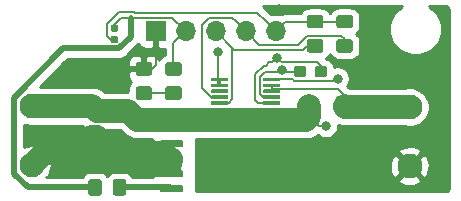
<source format=gbr>
G04 #@! TF.GenerationSoftware,KiCad,Pcbnew,5.1.5+dfsg1-2build2*
G04 #@! TF.CreationDate,2021-10-23T10:29:23-06:00*
G04 #@! TF.ProjectId,power-monitor,706f7765-722d-46d6-9f6e-69746f722e6b,rev?*
G04 #@! TF.SameCoordinates,Original*
G04 #@! TF.FileFunction,Copper,L1,Top*
G04 #@! TF.FilePolarity,Positive*
%FSLAX46Y46*%
G04 Gerber Fmt 4.6, Leading zero omitted, Abs format (unit mm)*
G04 Created by KiCad (PCBNEW 5.1.5+dfsg1-2build2) date 2021-10-23 10:29:23*
%MOMM*%
%LPD*%
G04 APERTURE LIST*
%ADD10O,1.700000X1.700000*%
%ADD11R,1.700000X1.700000*%
%ADD12C,0.100000*%
%ADD13C,2.100000*%
%ADD14C,0.800000*%
%ADD15C,0.200000*%
%ADD16C,2.000000*%
%ADD17C,0.500000*%
%ADD18C,0.254000*%
G04 APERTURE END LIST*
D10*
X137160000Y-81280000D03*
X134620000Y-81280000D03*
X132080000Y-81280000D03*
X129540000Y-81280000D03*
D11*
X127000000Y-81280000D03*
G04 #@! TA.AperFunction,SMDPad,CuDef*
D12*
G36*
X137477351Y-85210361D02*
G01*
X137484632Y-85211441D01*
X137491771Y-85213229D01*
X137498701Y-85215709D01*
X137505355Y-85218856D01*
X137511668Y-85222640D01*
X137517579Y-85227024D01*
X137523033Y-85231967D01*
X137527976Y-85237421D01*
X137532360Y-85243332D01*
X137536144Y-85249645D01*
X137539291Y-85256299D01*
X137541771Y-85263229D01*
X137543559Y-85270368D01*
X137544639Y-85277649D01*
X137545000Y-85285000D01*
X137545000Y-85435000D01*
X137544639Y-85442351D01*
X137543559Y-85449632D01*
X137541771Y-85456771D01*
X137539291Y-85463701D01*
X137536144Y-85470355D01*
X137532360Y-85476668D01*
X137527976Y-85482579D01*
X137523033Y-85488033D01*
X137517579Y-85492976D01*
X137511668Y-85497360D01*
X137505355Y-85501144D01*
X137498701Y-85504291D01*
X137491771Y-85506771D01*
X137484632Y-85508559D01*
X137477351Y-85509639D01*
X137470000Y-85510000D01*
X136170000Y-85510000D01*
X136162649Y-85509639D01*
X136155368Y-85508559D01*
X136148229Y-85506771D01*
X136141299Y-85504291D01*
X136134645Y-85501144D01*
X136128332Y-85497360D01*
X136122421Y-85492976D01*
X136116967Y-85488033D01*
X136112024Y-85482579D01*
X136107640Y-85476668D01*
X136103856Y-85470355D01*
X136100709Y-85463701D01*
X136098229Y-85456771D01*
X136096441Y-85449632D01*
X136095361Y-85442351D01*
X136095000Y-85435000D01*
X136095000Y-85285000D01*
X136095361Y-85277649D01*
X136096441Y-85270368D01*
X136098229Y-85263229D01*
X136100709Y-85256299D01*
X136103856Y-85249645D01*
X136107640Y-85243332D01*
X136112024Y-85237421D01*
X136116967Y-85231967D01*
X136122421Y-85227024D01*
X136128332Y-85222640D01*
X136134645Y-85218856D01*
X136141299Y-85215709D01*
X136148229Y-85213229D01*
X136155368Y-85211441D01*
X136162649Y-85210361D01*
X136170000Y-85210000D01*
X137470000Y-85210000D01*
X137477351Y-85210361D01*
G37*
G04 #@! TD.AperFunction*
G04 #@! TA.AperFunction,SMDPad,CuDef*
G36*
X137477351Y-85710361D02*
G01*
X137484632Y-85711441D01*
X137491771Y-85713229D01*
X137498701Y-85715709D01*
X137505355Y-85718856D01*
X137511668Y-85722640D01*
X137517579Y-85727024D01*
X137523033Y-85731967D01*
X137527976Y-85737421D01*
X137532360Y-85743332D01*
X137536144Y-85749645D01*
X137539291Y-85756299D01*
X137541771Y-85763229D01*
X137543559Y-85770368D01*
X137544639Y-85777649D01*
X137545000Y-85785000D01*
X137545000Y-85935000D01*
X137544639Y-85942351D01*
X137543559Y-85949632D01*
X137541771Y-85956771D01*
X137539291Y-85963701D01*
X137536144Y-85970355D01*
X137532360Y-85976668D01*
X137527976Y-85982579D01*
X137523033Y-85988033D01*
X137517579Y-85992976D01*
X137511668Y-85997360D01*
X137505355Y-86001144D01*
X137498701Y-86004291D01*
X137491771Y-86006771D01*
X137484632Y-86008559D01*
X137477351Y-86009639D01*
X137470000Y-86010000D01*
X136170000Y-86010000D01*
X136162649Y-86009639D01*
X136155368Y-86008559D01*
X136148229Y-86006771D01*
X136141299Y-86004291D01*
X136134645Y-86001144D01*
X136128332Y-85997360D01*
X136122421Y-85992976D01*
X136116967Y-85988033D01*
X136112024Y-85982579D01*
X136107640Y-85976668D01*
X136103856Y-85970355D01*
X136100709Y-85963701D01*
X136098229Y-85956771D01*
X136096441Y-85949632D01*
X136095361Y-85942351D01*
X136095000Y-85935000D01*
X136095000Y-85785000D01*
X136095361Y-85777649D01*
X136096441Y-85770368D01*
X136098229Y-85763229D01*
X136100709Y-85756299D01*
X136103856Y-85749645D01*
X136107640Y-85743332D01*
X136112024Y-85737421D01*
X136116967Y-85731967D01*
X136122421Y-85727024D01*
X136128332Y-85722640D01*
X136134645Y-85718856D01*
X136141299Y-85715709D01*
X136148229Y-85713229D01*
X136155368Y-85711441D01*
X136162649Y-85710361D01*
X136170000Y-85710000D01*
X137470000Y-85710000D01*
X137477351Y-85710361D01*
G37*
G04 #@! TD.AperFunction*
G04 #@! TA.AperFunction,SMDPad,CuDef*
G36*
X137477351Y-86210361D02*
G01*
X137484632Y-86211441D01*
X137491771Y-86213229D01*
X137498701Y-86215709D01*
X137505355Y-86218856D01*
X137511668Y-86222640D01*
X137517579Y-86227024D01*
X137523033Y-86231967D01*
X137527976Y-86237421D01*
X137532360Y-86243332D01*
X137536144Y-86249645D01*
X137539291Y-86256299D01*
X137541771Y-86263229D01*
X137543559Y-86270368D01*
X137544639Y-86277649D01*
X137545000Y-86285000D01*
X137545000Y-86435000D01*
X137544639Y-86442351D01*
X137543559Y-86449632D01*
X137541771Y-86456771D01*
X137539291Y-86463701D01*
X137536144Y-86470355D01*
X137532360Y-86476668D01*
X137527976Y-86482579D01*
X137523033Y-86488033D01*
X137517579Y-86492976D01*
X137511668Y-86497360D01*
X137505355Y-86501144D01*
X137498701Y-86504291D01*
X137491771Y-86506771D01*
X137484632Y-86508559D01*
X137477351Y-86509639D01*
X137470000Y-86510000D01*
X136170000Y-86510000D01*
X136162649Y-86509639D01*
X136155368Y-86508559D01*
X136148229Y-86506771D01*
X136141299Y-86504291D01*
X136134645Y-86501144D01*
X136128332Y-86497360D01*
X136122421Y-86492976D01*
X136116967Y-86488033D01*
X136112024Y-86482579D01*
X136107640Y-86476668D01*
X136103856Y-86470355D01*
X136100709Y-86463701D01*
X136098229Y-86456771D01*
X136096441Y-86449632D01*
X136095361Y-86442351D01*
X136095000Y-86435000D01*
X136095000Y-86285000D01*
X136095361Y-86277649D01*
X136096441Y-86270368D01*
X136098229Y-86263229D01*
X136100709Y-86256299D01*
X136103856Y-86249645D01*
X136107640Y-86243332D01*
X136112024Y-86237421D01*
X136116967Y-86231967D01*
X136122421Y-86227024D01*
X136128332Y-86222640D01*
X136134645Y-86218856D01*
X136141299Y-86215709D01*
X136148229Y-86213229D01*
X136155368Y-86211441D01*
X136162649Y-86210361D01*
X136170000Y-86210000D01*
X137470000Y-86210000D01*
X137477351Y-86210361D01*
G37*
G04 #@! TD.AperFunction*
G04 #@! TA.AperFunction,SMDPad,CuDef*
G36*
X137477351Y-86710361D02*
G01*
X137484632Y-86711441D01*
X137491771Y-86713229D01*
X137498701Y-86715709D01*
X137505355Y-86718856D01*
X137511668Y-86722640D01*
X137517579Y-86727024D01*
X137523033Y-86731967D01*
X137527976Y-86737421D01*
X137532360Y-86743332D01*
X137536144Y-86749645D01*
X137539291Y-86756299D01*
X137541771Y-86763229D01*
X137543559Y-86770368D01*
X137544639Y-86777649D01*
X137545000Y-86785000D01*
X137545000Y-86935000D01*
X137544639Y-86942351D01*
X137543559Y-86949632D01*
X137541771Y-86956771D01*
X137539291Y-86963701D01*
X137536144Y-86970355D01*
X137532360Y-86976668D01*
X137527976Y-86982579D01*
X137523033Y-86988033D01*
X137517579Y-86992976D01*
X137511668Y-86997360D01*
X137505355Y-87001144D01*
X137498701Y-87004291D01*
X137491771Y-87006771D01*
X137484632Y-87008559D01*
X137477351Y-87009639D01*
X137470000Y-87010000D01*
X136170000Y-87010000D01*
X136162649Y-87009639D01*
X136155368Y-87008559D01*
X136148229Y-87006771D01*
X136141299Y-87004291D01*
X136134645Y-87001144D01*
X136128332Y-86997360D01*
X136122421Y-86992976D01*
X136116967Y-86988033D01*
X136112024Y-86982579D01*
X136107640Y-86976668D01*
X136103856Y-86970355D01*
X136100709Y-86963701D01*
X136098229Y-86956771D01*
X136096441Y-86949632D01*
X136095361Y-86942351D01*
X136095000Y-86935000D01*
X136095000Y-86785000D01*
X136095361Y-86777649D01*
X136096441Y-86770368D01*
X136098229Y-86763229D01*
X136100709Y-86756299D01*
X136103856Y-86749645D01*
X136107640Y-86743332D01*
X136112024Y-86737421D01*
X136116967Y-86731967D01*
X136122421Y-86727024D01*
X136128332Y-86722640D01*
X136134645Y-86718856D01*
X136141299Y-86715709D01*
X136148229Y-86713229D01*
X136155368Y-86711441D01*
X136162649Y-86710361D01*
X136170000Y-86710000D01*
X137470000Y-86710000D01*
X137477351Y-86710361D01*
G37*
G04 #@! TD.AperFunction*
G04 #@! TA.AperFunction,SMDPad,CuDef*
G36*
X137477351Y-87210361D02*
G01*
X137484632Y-87211441D01*
X137491771Y-87213229D01*
X137498701Y-87215709D01*
X137505355Y-87218856D01*
X137511668Y-87222640D01*
X137517579Y-87227024D01*
X137523033Y-87231967D01*
X137527976Y-87237421D01*
X137532360Y-87243332D01*
X137536144Y-87249645D01*
X137539291Y-87256299D01*
X137541771Y-87263229D01*
X137543559Y-87270368D01*
X137544639Y-87277649D01*
X137545000Y-87285000D01*
X137545000Y-87435000D01*
X137544639Y-87442351D01*
X137543559Y-87449632D01*
X137541771Y-87456771D01*
X137539291Y-87463701D01*
X137536144Y-87470355D01*
X137532360Y-87476668D01*
X137527976Y-87482579D01*
X137523033Y-87488033D01*
X137517579Y-87492976D01*
X137511668Y-87497360D01*
X137505355Y-87501144D01*
X137498701Y-87504291D01*
X137491771Y-87506771D01*
X137484632Y-87508559D01*
X137477351Y-87509639D01*
X137470000Y-87510000D01*
X136170000Y-87510000D01*
X136162649Y-87509639D01*
X136155368Y-87508559D01*
X136148229Y-87506771D01*
X136141299Y-87504291D01*
X136134645Y-87501144D01*
X136128332Y-87497360D01*
X136122421Y-87492976D01*
X136116967Y-87488033D01*
X136112024Y-87482579D01*
X136107640Y-87476668D01*
X136103856Y-87470355D01*
X136100709Y-87463701D01*
X136098229Y-87456771D01*
X136096441Y-87449632D01*
X136095361Y-87442351D01*
X136095000Y-87435000D01*
X136095000Y-87285000D01*
X136095361Y-87277649D01*
X136096441Y-87270368D01*
X136098229Y-87263229D01*
X136100709Y-87256299D01*
X136103856Y-87249645D01*
X136107640Y-87243332D01*
X136112024Y-87237421D01*
X136116967Y-87231967D01*
X136122421Y-87227024D01*
X136128332Y-87222640D01*
X136134645Y-87218856D01*
X136141299Y-87215709D01*
X136148229Y-87213229D01*
X136155368Y-87211441D01*
X136162649Y-87210361D01*
X136170000Y-87210000D01*
X137470000Y-87210000D01*
X137477351Y-87210361D01*
G37*
G04 #@! TD.AperFunction*
G04 #@! TA.AperFunction,SMDPad,CuDef*
G36*
X133077351Y-87210361D02*
G01*
X133084632Y-87211441D01*
X133091771Y-87213229D01*
X133098701Y-87215709D01*
X133105355Y-87218856D01*
X133111668Y-87222640D01*
X133117579Y-87227024D01*
X133123033Y-87231967D01*
X133127976Y-87237421D01*
X133132360Y-87243332D01*
X133136144Y-87249645D01*
X133139291Y-87256299D01*
X133141771Y-87263229D01*
X133143559Y-87270368D01*
X133144639Y-87277649D01*
X133145000Y-87285000D01*
X133145000Y-87435000D01*
X133144639Y-87442351D01*
X133143559Y-87449632D01*
X133141771Y-87456771D01*
X133139291Y-87463701D01*
X133136144Y-87470355D01*
X133132360Y-87476668D01*
X133127976Y-87482579D01*
X133123033Y-87488033D01*
X133117579Y-87492976D01*
X133111668Y-87497360D01*
X133105355Y-87501144D01*
X133098701Y-87504291D01*
X133091771Y-87506771D01*
X133084632Y-87508559D01*
X133077351Y-87509639D01*
X133070000Y-87510000D01*
X131770000Y-87510000D01*
X131762649Y-87509639D01*
X131755368Y-87508559D01*
X131748229Y-87506771D01*
X131741299Y-87504291D01*
X131734645Y-87501144D01*
X131728332Y-87497360D01*
X131722421Y-87492976D01*
X131716967Y-87488033D01*
X131712024Y-87482579D01*
X131707640Y-87476668D01*
X131703856Y-87470355D01*
X131700709Y-87463701D01*
X131698229Y-87456771D01*
X131696441Y-87449632D01*
X131695361Y-87442351D01*
X131695000Y-87435000D01*
X131695000Y-87285000D01*
X131695361Y-87277649D01*
X131696441Y-87270368D01*
X131698229Y-87263229D01*
X131700709Y-87256299D01*
X131703856Y-87249645D01*
X131707640Y-87243332D01*
X131712024Y-87237421D01*
X131716967Y-87231967D01*
X131722421Y-87227024D01*
X131728332Y-87222640D01*
X131734645Y-87218856D01*
X131741299Y-87215709D01*
X131748229Y-87213229D01*
X131755368Y-87211441D01*
X131762649Y-87210361D01*
X131770000Y-87210000D01*
X133070000Y-87210000D01*
X133077351Y-87210361D01*
G37*
G04 #@! TD.AperFunction*
G04 #@! TA.AperFunction,SMDPad,CuDef*
G36*
X133077351Y-86710361D02*
G01*
X133084632Y-86711441D01*
X133091771Y-86713229D01*
X133098701Y-86715709D01*
X133105355Y-86718856D01*
X133111668Y-86722640D01*
X133117579Y-86727024D01*
X133123033Y-86731967D01*
X133127976Y-86737421D01*
X133132360Y-86743332D01*
X133136144Y-86749645D01*
X133139291Y-86756299D01*
X133141771Y-86763229D01*
X133143559Y-86770368D01*
X133144639Y-86777649D01*
X133145000Y-86785000D01*
X133145000Y-86935000D01*
X133144639Y-86942351D01*
X133143559Y-86949632D01*
X133141771Y-86956771D01*
X133139291Y-86963701D01*
X133136144Y-86970355D01*
X133132360Y-86976668D01*
X133127976Y-86982579D01*
X133123033Y-86988033D01*
X133117579Y-86992976D01*
X133111668Y-86997360D01*
X133105355Y-87001144D01*
X133098701Y-87004291D01*
X133091771Y-87006771D01*
X133084632Y-87008559D01*
X133077351Y-87009639D01*
X133070000Y-87010000D01*
X131770000Y-87010000D01*
X131762649Y-87009639D01*
X131755368Y-87008559D01*
X131748229Y-87006771D01*
X131741299Y-87004291D01*
X131734645Y-87001144D01*
X131728332Y-86997360D01*
X131722421Y-86992976D01*
X131716967Y-86988033D01*
X131712024Y-86982579D01*
X131707640Y-86976668D01*
X131703856Y-86970355D01*
X131700709Y-86963701D01*
X131698229Y-86956771D01*
X131696441Y-86949632D01*
X131695361Y-86942351D01*
X131695000Y-86935000D01*
X131695000Y-86785000D01*
X131695361Y-86777649D01*
X131696441Y-86770368D01*
X131698229Y-86763229D01*
X131700709Y-86756299D01*
X131703856Y-86749645D01*
X131707640Y-86743332D01*
X131712024Y-86737421D01*
X131716967Y-86731967D01*
X131722421Y-86727024D01*
X131728332Y-86722640D01*
X131734645Y-86718856D01*
X131741299Y-86715709D01*
X131748229Y-86713229D01*
X131755368Y-86711441D01*
X131762649Y-86710361D01*
X131770000Y-86710000D01*
X133070000Y-86710000D01*
X133077351Y-86710361D01*
G37*
G04 #@! TD.AperFunction*
G04 #@! TA.AperFunction,SMDPad,CuDef*
G36*
X133077351Y-86210361D02*
G01*
X133084632Y-86211441D01*
X133091771Y-86213229D01*
X133098701Y-86215709D01*
X133105355Y-86218856D01*
X133111668Y-86222640D01*
X133117579Y-86227024D01*
X133123033Y-86231967D01*
X133127976Y-86237421D01*
X133132360Y-86243332D01*
X133136144Y-86249645D01*
X133139291Y-86256299D01*
X133141771Y-86263229D01*
X133143559Y-86270368D01*
X133144639Y-86277649D01*
X133145000Y-86285000D01*
X133145000Y-86435000D01*
X133144639Y-86442351D01*
X133143559Y-86449632D01*
X133141771Y-86456771D01*
X133139291Y-86463701D01*
X133136144Y-86470355D01*
X133132360Y-86476668D01*
X133127976Y-86482579D01*
X133123033Y-86488033D01*
X133117579Y-86492976D01*
X133111668Y-86497360D01*
X133105355Y-86501144D01*
X133098701Y-86504291D01*
X133091771Y-86506771D01*
X133084632Y-86508559D01*
X133077351Y-86509639D01*
X133070000Y-86510000D01*
X131770000Y-86510000D01*
X131762649Y-86509639D01*
X131755368Y-86508559D01*
X131748229Y-86506771D01*
X131741299Y-86504291D01*
X131734645Y-86501144D01*
X131728332Y-86497360D01*
X131722421Y-86492976D01*
X131716967Y-86488033D01*
X131712024Y-86482579D01*
X131707640Y-86476668D01*
X131703856Y-86470355D01*
X131700709Y-86463701D01*
X131698229Y-86456771D01*
X131696441Y-86449632D01*
X131695361Y-86442351D01*
X131695000Y-86435000D01*
X131695000Y-86285000D01*
X131695361Y-86277649D01*
X131696441Y-86270368D01*
X131698229Y-86263229D01*
X131700709Y-86256299D01*
X131703856Y-86249645D01*
X131707640Y-86243332D01*
X131712024Y-86237421D01*
X131716967Y-86231967D01*
X131722421Y-86227024D01*
X131728332Y-86222640D01*
X131734645Y-86218856D01*
X131741299Y-86215709D01*
X131748229Y-86213229D01*
X131755368Y-86211441D01*
X131762649Y-86210361D01*
X131770000Y-86210000D01*
X133070000Y-86210000D01*
X133077351Y-86210361D01*
G37*
G04 #@! TD.AperFunction*
G04 #@! TA.AperFunction,SMDPad,CuDef*
G36*
X133077351Y-85710361D02*
G01*
X133084632Y-85711441D01*
X133091771Y-85713229D01*
X133098701Y-85715709D01*
X133105355Y-85718856D01*
X133111668Y-85722640D01*
X133117579Y-85727024D01*
X133123033Y-85731967D01*
X133127976Y-85737421D01*
X133132360Y-85743332D01*
X133136144Y-85749645D01*
X133139291Y-85756299D01*
X133141771Y-85763229D01*
X133143559Y-85770368D01*
X133144639Y-85777649D01*
X133145000Y-85785000D01*
X133145000Y-85935000D01*
X133144639Y-85942351D01*
X133143559Y-85949632D01*
X133141771Y-85956771D01*
X133139291Y-85963701D01*
X133136144Y-85970355D01*
X133132360Y-85976668D01*
X133127976Y-85982579D01*
X133123033Y-85988033D01*
X133117579Y-85992976D01*
X133111668Y-85997360D01*
X133105355Y-86001144D01*
X133098701Y-86004291D01*
X133091771Y-86006771D01*
X133084632Y-86008559D01*
X133077351Y-86009639D01*
X133070000Y-86010000D01*
X131770000Y-86010000D01*
X131762649Y-86009639D01*
X131755368Y-86008559D01*
X131748229Y-86006771D01*
X131741299Y-86004291D01*
X131734645Y-86001144D01*
X131728332Y-85997360D01*
X131722421Y-85992976D01*
X131716967Y-85988033D01*
X131712024Y-85982579D01*
X131707640Y-85976668D01*
X131703856Y-85970355D01*
X131700709Y-85963701D01*
X131698229Y-85956771D01*
X131696441Y-85949632D01*
X131695361Y-85942351D01*
X131695000Y-85935000D01*
X131695000Y-85785000D01*
X131695361Y-85777649D01*
X131696441Y-85770368D01*
X131698229Y-85763229D01*
X131700709Y-85756299D01*
X131703856Y-85749645D01*
X131707640Y-85743332D01*
X131712024Y-85737421D01*
X131716967Y-85731967D01*
X131722421Y-85727024D01*
X131728332Y-85722640D01*
X131734645Y-85718856D01*
X131741299Y-85715709D01*
X131748229Y-85713229D01*
X131755368Y-85711441D01*
X131762649Y-85710361D01*
X131770000Y-85710000D01*
X133070000Y-85710000D01*
X133077351Y-85710361D01*
G37*
G04 #@! TD.AperFunction*
G04 #@! TA.AperFunction,SMDPad,CuDef*
G36*
X133077351Y-85210361D02*
G01*
X133084632Y-85211441D01*
X133091771Y-85213229D01*
X133098701Y-85215709D01*
X133105355Y-85218856D01*
X133111668Y-85222640D01*
X133117579Y-85227024D01*
X133123033Y-85231967D01*
X133127976Y-85237421D01*
X133132360Y-85243332D01*
X133136144Y-85249645D01*
X133139291Y-85256299D01*
X133141771Y-85263229D01*
X133143559Y-85270368D01*
X133144639Y-85277649D01*
X133145000Y-85285000D01*
X133145000Y-85435000D01*
X133144639Y-85442351D01*
X133143559Y-85449632D01*
X133141771Y-85456771D01*
X133139291Y-85463701D01*
X133136144Y-85470355D01*
X133132360Y-85476668D01*
X133127976Y-85482579D01*
X133123033Y-85488033D01*
X133117579Y-85492976D01*
X133111668Y-85497360D01*
X133105355Y-85501144D01*
X133098701Y-85504291D01*
X133091771Y-85506771D01*
X133084632Y-85508559D01*
X133077351Y-85509639D01*
X133070000Y-85510000D01*
X131770000Y-85510000D01*
X131762649Y-85509639D01*
X131755368Y-85508559D01*
X131748229Y-85506771D01*
X131741299Y-85504291D01*
X131734645Y-85501144D01*
X131728332Y-85497360D01*
X131722421Y-85492976D01*
X131716967Y-85488033D01*
X131712024Y-85482579D01*
X131707640Y-85476668D01*
X131703856Y-85470355D01*
X131700709Y-85463701D01*
X131698229Y-85456771D01*
X131696441Y-85449632D01*
X131695361Y-85442351D01*
X131695000Y-85435000D01*
X131695000Y-85285000D01*
X131695361Y-85277649D01*
X131696441Y-85270368D01*
X131698229Y-85263229D01*
X131700709Y-85256299D01*
X131703856Y-85249645D01*
X131707640Y-85243332D01*
X131712024Y-85237421D01*
X131716967Y-85231967D01*
X131722421Y-85227024D01*
X131728332Y-85222640D01*
X131734645Y-85218856D01*
X131741299Y-85215709D01*
X131748229Y-85213229D01*
X131755368Y-85211441D01*
X131762649Y-85210361D01*
X131770000Y-85210000D01*
X133070000Y-85210000D01*
X133077351Y-85210361D01*
G37*
G04 #@! TD.AperFunction*
G04 #@! TA.AperFunction,SMDPad,CuDef*
G36*
X123686958Y-81690710D02*
G01*
X123701276Y-81692834D01*
X123715317Y-81696351D01*
X123728946Y-81701228D01*
X123742031Y-81707417D01*
X123754447Y-81714858D01*
X123766073Y-81723481D01*
X123776798Y-81733202D01*
X123786519Y-81743927D01*
X123795142Y-81755553D01*
X123802583Y-81767969D01*
X123808772Y-81781054D01*
X123813649Y-81794683D01*
X123817166Y-81808724D01*
X123819290Y-81823042D01*
X123820000Y-81837500D01*
X123820000Y-82132500D01*
X123819290Y-82146958D01*
X123817166Y-82161276D01*
X123813649Y-82175317D01*
X123808772Y-82188946D01*
X123802583Y-82202031D01*
X123795142Y-82214447D01*
X123786519Y-82226073D01*
X123776798Y-82236798D01*
X123766073Y-82246519D01*
X123754447Y-82255142D01*
X123742031Y-82262583D01*
X123728946Y-82268772D01*
X123715317Y-82273649D01*
X123701276Y-82277166D01*
X123686958Y-82279290D01*
X123672500Y-82280000D01*
X123327500Y-82280000D01*
X123313042Y-82279290D01*
X123298724Y-82277166D01*
X123284683Y-82273649D01*
X123271054Y-82268772D01*
X123257969Y-82262583D01*
X123245553Y-82255142D01*
X123233927Y-82246519D01*
X123223202Y-82236798D01*
X123213481Y-82226073D01*
X123204858Y-82214447D01*
X123197417Y-82202031D01*
X123191228Y-82188946D01*
X123186351Y-82175317D01*
X123182834Y-82161276D01*
X123180710Y-82146958D01*
X123180000Y-82132500D01*
X123180000Y-81837500D01*
X123180710Y-81823042D01*
X123182834Y-81808724D01*
X123186351Y-81794683D01*
X123191228Y-81781054D01*
X123197417Y-81767969D01*
X123204858Y-81755553D01*
X123213481Y-81743927D01*
X123223202Y-81733202D01*
X123233927Y-81723481D01*
X123245553Y-81714858D01*
X123257969Y-81707417D01*
X123271054Y-81701228D01*
X123284683Y-81696351D01*
X123298724Y-81692834D01*
X123313042Y-81690710D01*
X123327500Y-81690000D01*
X123672500Y-81690000D01*
X123686958Y-81690710D01*
G37*
G04 #@! TD.AperFunction*
G04 #@! TA.AperFunction,SMDPad,CuDef*
G36*
X123686958Y-80720710D02*
G01*
X123701276Y-80722834D01*
X123715317Y-80726351D01*
X123728946Y-80731228D01*
X123742031Y-80737417D01*
X123754447Y-80744858D01*
X123766073Y-80753481D01*
X123776798Y-80763202D01*
X123786519Y-80773927D01*
X123795142Y-80785553D01*
X123802583Y-80797969D01*
X123808772Y-80811054D01*
X123813649Y-80824683D01*
X123817166Y-80838724D01*
X123819290Y-80853042D01*
X123820000Y-80867500D01*
X123820000Y-81162500D01*
X123819290Y-81176958D01*
X123817166Y-81191276D01*
X123813649Y-81205317D01*
X123808772Y-81218946D01*
X123802583Y-81232031D01*
X123795142Y-81244447D01*
X123786519Y-81256073D01*
X123776798Y-81266798D01*
X123766073Y-81276519D01*
X123754447Y-81285142D01*
X123742031Y-81292583D01*
X123728946Y-81298772D01*
X123715317Y-81303649D01*
X123701276Y-81307166D01*
X123686958Y-81309290D01*
X123672500Y-81310000D01*
X123327500Y-81310000D01*
X123313042Y-81309290D01*
X123298724Y-81307166D01*
X123284683Y-81303649D01*
X123271054Y-81298772D01*
X123257969Y-81292583D01*
X123245553Y-81285142D01*
X123233927Y-81276519D01*
X123223202Y-81266798D01*
X123213481Y-81256073D01*
X123204858Y-81244447D01*
X123197417Y-81232031D01*
X123191228Y-81218946D01*
X123186351Y-81205317D01*
X123182834Y-81191276D01*
X123180710Y-81176958D01*
X123180000Y-81162500D01*
X123180000Y-80867500D01*
X123180710Y-80853042D01*
X123182834Y-80838724D01*
X123186351Y-80824683D01*
X123191228Y-80811054D01*
X123197417Y-80797969D01*
X123204858Y-80785553D01*
X123213481Y-80773927D01*
X123223202Y-80763202D01*
X123233927Y-80753481D01*
X123245553Y-80744858D01*
X123257969Y-80737417D01*
X123271054Y-80731228D01*
X123284683Y-80726351D01*
X123298724Y-80722834D01*
X123313042Y-80720710D01*
X123327500Y-80720000D01*
X123672500Y-80720000D01*
X123686958Y-80720710D01*
G37*
G04 #@! TD.AperFunction*
G04 #@! TA.AperFunction,SMDPad,CuDef*
G36*
X126474505Y-83901204D02*
G01*
X126498773Y-83904804D01*
X126522572Y-83910765D01*
X126545671Y-83919030D01*
X126567850Y-83929520D01*
X126588893Y-83942132D01*
X126608599Y-83956747D01*
X126626777Y-83973223D01*
X126643253Y-83991401D01*
X126657868Y-84011107D01*
X126670480Y-84032150D01*
X126680970Y-84054329D01*
X126689235Y-84077428D01*
X126695196Y-84101227D01*
X126698796Y-84125495D01*
X126700000Y-84149999D01*
X126700000Y-84800001D01*
X126698796Y-84824505D01*
X126695196Y-84848773D01*
X126689235Y-84872572D01*
X126680970Y-84895671D01*
X126670480Y-84917850D01*
X126657868Y-84938893D01*
X126643253Y-84958599D01*
X126626777Y-84976777D01*
X126608599Y-84993253D01*
X126588893Y-85007868D01*
X126567850Y-85020480D01*
X126545671Y-85030970D01*
X126522572Y-85039235D01*
X126498773Y-85045196D01*
X126474505Y-85048796D01*
X126450001Y-85050000D01*
X125549999Y-85050000D01*
X125525495Y-85048796D01*
X125501227Y-85045196D01*
X125477428Y-85039235D01*
X125454329Y-85030970D01*
X125432150Y-85020480D01*
X125411107Y-85007868D01*
X125391401Y-84993253D01*
X125373223Y-84976777D01*
X125356747Y-84958599D01*
X125342132Y-84938893D01*
X125329520Y-84917850D01*
X125319030Y-84895671D01*
X125310765Y-84872572D01*
X125304804Y-84848773D01*
X125301204Y-84824505D01*
X125300000Y-84800001D01*
X125300000Y-84149999D01*
X125301204Y-84125495D01*
X125304804Y-84101227D01*
X125310765Y-84077428D01*
X125319030Y-84054329D01*
X125329520Y-84032150D01*
X125342132Y-84011107D01*
X125356747Y-83991401D01*
X125373223Y-83973223D01*
X125391401Y-83956747D01*
X125411107Y-83942132D01*
X125432150Y-83929520D01*
X125454329Y-83919030D01*
X125477428Y-83910765D01*
X125501227Y-83904804D01*
X125525495Y-83901204D01*
X125549999Y-83900000D01*
X126450001Y-83900000D01*
X126474505Y-83901204D01*
G37*
G04 #@! TD.AperFunction*
G04 #@! TA.AperFunction,SMDPad,CuDef*
G36*
X126474505Y-85951204D02*
G01*
X126498773Y-85954804D01*
X126522572Y-85960765D01*
X126545671Y-85969030D01*
X126567850Y-85979520D01*
X126588893Y-85992132D01*
X126608599Y-86006747D01*
X126626777Y-86023223D01*
X126643253Y-86041401D01*
X126657868Y-86061107D01*
X126670480Y-86082150D01*
X126680970Y-86104329D01*
X126689235Y-86127428D01*
X126695196Y-86151227D01*
X126698796Y-86175495D01*
X126700000Y-86199999D01*
X126700000Y-86850001D01*
X126698796Y-86874505D01*
X126695196Y-86898773D01*
X126689235Y-86922572D01*
X126680970Y-86945671D01*
X126670480Y-86967850D01*
X126657868Y-86988893D01*
X126643253Y-87008599D01*
X126626777Y-87026777D01*
X126608599Y-87043253D01*
X126588893Y-87057868D01*
X126567850Y-87070480D01*
X126545671Y-87080970D01*
X126522572Y-87089235D01*
X126498773Y-87095196D01*
X126474505Y-87098796D01*
X126450001Y-87100000D01*
X125549999Y-87100000D01*
X125525495Y-87098796D01*
X125501227Y-87095196D01*
X125477428Y-87089235D01*
X125454329Y-87080970D01*
X125432150Y-87070480D01*
X125411107Y-87057868D01*
X125391401Y-87043253D01*
X125373223Y-87026777D01*
X125356747Y-87008599D01*
X125342132Y-86988893D01*
X125329520Y-86967850D01*
X125319030Y-86945671D01*
X125310765Y-86922572D01*
X125304804Y-86898773D01*
X125301204Y-86874505D01*
X125300000Y-86850001D01*
X125300000Y-86199999D01*
X125301204Y-86175495D01*
X125304804Y-86151227D01*
X125310765Y-86127428D01*
X125319030Y-86104329D01*
X125329520Y-86082150D01*
X125342132Y-86061107D01*
X125356747Y-86041401D01*
X125373223Y-86023223D01*
X125391401Y-86006747D01*
X125411107Y-85992132D01*
X125432150Y-85979520D01*
X125454329Y-85969030D01*
X125477428Y-85960765D01*
X125501227Y-85954804D01*
X125525495Y-85951204D01*
X125549999Y-85950000D01*
X126450001Y-85950000D01*
X126474505Y-85951204D01*
G37*
G04 #@! TD.AperFunction*
G04 #@! TA.AperFunction,SMDPad,CuDef*
G36*
X122224505Y-93801204D02*
G01*
X122248773Y-93804804D01*
X122272572Y-93810765D01*
X122295671Y-93819030D01*
X122317850Y-93829520D01*
X122338893Y-93842132D01*
X122358599Y-93856747D01*
X122376777Y-93873223D01*
X122393253Y-93891401D01*
X122407868Y-93911107D01*
X122420480Y-93932150D01*
X122430970Y-93954329D01*
X122439235Y-93977428D01*
X122445196Y-94001227D01*
X122448796Y-94025495D01*
X122450000Y-94049999D01*
X122450000Y-94950001D01*
X122448796Y-94974505D01*
X122445196Y-94998773D01*
X122439235Y-95022572D01*
X122430970Y-95045671D01*
X122420480Y-95067850D01*
X122407868Y-95088893D01*
X122393253Y-95108599D01*
X122376777Y-95126777D01*
X122358599Y-95143253D01*
X122338893Y-95157868D01*
X122317850Y-95170480D01*
X122295671Y-95180970D01*
X122272572Y-95189235D01*
X122248773Y-95195196D01*
X122224505Y-95198796D01*
X122200001Y-95200000D01*
X121549999Y-95200000D01*
X121525495Y-95198796D01*
X121501227Y-95195196D01*
X121477428Y-95189235D01*
X121454329Y-95180970D01*
X121432150Y-95170480D01*
X121411107Y-95157868D01*
X121391401Y-95143253D01*
X121373223Y-95126777D01*
X121356747Y-95108599D01*
X121342132Y-95088893D01*
X121329520Y-95067850D01*
X121319030Y-95045671D01*
X121310765Y-95022572D01*
X121304804Y-94998773D01*
X121301204Y-94974505D01*
X121300000Y-94950001D01*
X121300000Y-94049999D01*
X121301204Y-94025495D01*
X121304804Y-94001227D01*
X121310765Y-93977428D01*
X121319030Y-93954329D01*
X121329520Y-93932150D01*
X121342132Y-93911107D01*
X121356747Y-93891401D01*
X121373223Y-93873223D01*
X121391401Y-93856747D01*
X121411107Y-93842132D01*
X121432150Y-93829520D01*
X121454329Y-93819030D01*
X121477428Y-93810765D01*
X121501227Y-93804804D01*
X121525495Y-93801204D01*
X121549999Y-93800000D01*
X122200001Y-93800000D01*
X122224505Y-93801204D01*
G37*
G04 #@! TD.AperFunction*
G04 #@! TA.AperFunction,SMDPad,CuDef*
G36*
X124274505Y-93801204D02*
G01*
X124298773Y-93804804D01*
X124322572Y-93810765D01*
X124345671Y-93819030D01*
X124367850Y-93829520D01*
X124388893Y-93842132D01*
X124408599Y-93856747D01*
X124426777Y-93873223D01*
X124443253Y-93891401D01*
X124457868Y-93911107D01*
X124470480Y-93932150D01*
X124480970Y-93954329D01*
X124489235Y-93977428D01*
X124495196Y-94001227D01*
X124498796Y-94025495D01*
X124500000Y-94049999D01*
X124500000Y-94950001D01*
X124498796Y-94974505D01*
X124495196Y-94998773D01*
X124489235Y-95022572D01*
X124480970Y-95045671D01*
X124470480Y-95067850D01*
X124457868Y-95088893D01*
X124443253Y-95108599D01*
X124426777Y-95126777D01*
X124408599Y-95143253D01*
X124388893Y-95157868D01*
X124367850Y-95170480D01*
X124345671Y-95180970D01*
X124322572Y-95189235D01*
X124298773Y-95195196D01*
X124274505Y-95198796D01*
X124250001Y-95200000D01*
X123599999Y-95200000D01*
X123575495Y-95198796D01*
X123551227Y-95195196D01*
X123527428Y-95189235D01*
X123504329Y-95180970D01*
X123482150Y-95170480D01*
X123461107Y-95157868D01*
X123441401Y-95143253D01*
X123423223Y-95126777D01*
X123406747Y-95108599D01*
X123392132Y-95088893D01*
X123379520Y-95067850D01*
X123369030Y-95045671D01*
X123360765Y-95022572D01*
X123354804Y-94998773D01*
X123351204Y-94974505D01*
X123350000Y-94950001D01*
X123350000Y-94049999D01*
X123351204Y-94025495D01*
X123354804Y-94001227D01*
X123360765Y-93977428D01*
X123369030Y-93954329D01*
X123379520Y-93932150D01*
X123392132Y-93911107D01*
X123406747Y-93891401D01*
X123423223Y-93873223D01*
X123441401Y-93856747D01*
X123461107Y-93842132D01*
X123482150Y-93829520D01*
X123504329Y-93819030D01*
X123527428Y-93810765D01*
X123551227Y-93804804D01*
X123575495Y-93801204D01*
X123599999Y-93800000D01*
X124250001Y-93800000D01*
X124274505Y-93801204D01*
G37*
G04 #@! TD.AperFunction*
G04 #@! TA.AperFunction,SMDPad,CuDef*
G36*
X140974505Y-81951204D02*
G01*
X140998773Y-81954804D01*
X141022572Y-81960765D01*
X141045671Y-81969030D01*
X141067850Y-81979520D01*
X141088893Y-81992132D01*
X141108599Y-82006747D01*
X141126777Y-82023223D01*
X141143253Y-82041401D01*
X141157868Y-82061107D01*
X141170480Y-82082150D01*
X141180970Y-82104329D01*
X141189235Y-82127428D01*
X141195196Y-82151227D01*
X141198796Y-82175495D01*
X141200000Y-82199999D01*
X141200000Y-82850001D01*
X141198796Y-82874505D01*
X141195196Y-82898773D01*
X141189235Y-82922572D01*
X141180970Y-82945671D01*
X141170480Y-82967850D01*
X141157868Y-82988893D01*
X141143253Y-83008599D01*
X141126777Y-83026777D01*
X141108599Y-83043253D01*
X141088893Y-83057868D01*
X141067850Y-83070480D01*
X141045671Y-83080970D01*
X141022572Y-83089235D01*
X140998773Y-83095196D01*
X140974505Y-83098796D01*
X140950001Y-83100000D01*
X140049999Y-83100000D01*
X140025495Y-83098796D01*
X140001227Y-83095196D01*
X139977428Y-83089235D01*
X139954329Y-83080970D01*
X139932150Y-83070480D01*
X139911107Y-83057868D01*
X139891401Y-83043253D01*
X139873223Y-83026777D01*
X139856747Y-83008599D01*
X139842132Y-82988893D01*
X139829520Y-82967850D01*
X139819030Y-82945671D01*
X139810765Y-82922572D01*
X139804804Y-82898773D01*
X139801204Y-82874505D01*
X139800000Y-82850001D01*
X139800000Y-82199999D01*
X139801204Y-82175495D01*
X139804804Y-82151227D01*
X139810765Y-82127428D01*
X139819030Y-82104329D01*
X139829520Y-82082150D01*
X139842132Y-82061107D01*
X139856747Y-82041401D01*
X139873223Y-82023223D01*
X139891401Y-82006747D01*
X139911107Y-81992132D01*
X139932150Y-81979520D01*
X139954329Y-81969030D01*
X139977428Y-81960765D01*
X140001227Y-81954804D01*
X140025495Y-81951204D01*
X140049999Y-81950000D01*
X140950001Y-81950000D01*
X140974505Y-81951204D01*
G37*
G04 #@! TD.AperFunction*
G04 #@! TA.AperFunction,SMDPad,CuDef*
G36*
X140974505Y-79901204D02*
G01*
X140998773Y-79904804D01*
X141022572Y-79910765D01*
X141045671Y-79919030D01*
X141067850Y-79929520D01*
X141088893Y-79942132D01*
X141108599Y-79956747D01*
X141126777Y-79973223D01*
X141143253Y-79991401D01*
X141157868Y-80011107D01*
X141170480Y-80032150D01*
X141180970Y-80054329D01*
X141189235Y-80077428D01*
X141195196Y-80101227D01*
X141198796Y-80125495D01*
X141200000Y-80149999D01*
X141200000Y-80800001D01*
X141198796Y-80824505D01*
X141195196Y-80848773D01*
X141189235Y-80872572D01*
X141180970Y-80895671D01*
X141170480Y-80917850D01*
X141157868Y-80938893D01*
X141143253Y-80958599D01*
X141126777Y-80976777D01*
X141108599Y-80993253D01*
X141088893Y-81007868D01*
X141067850Y-81020480D01*
X141045671Y-81030970D01*
X141022572Y-81039235D01*
X140998773Y-81045196D01*
X140974505Y-81048796D01*
X140950001Y-81050000D01*
X140049999Y-81050000D01*
X140025495Y-81048796D01*
X140001227Y-81045196D01*
X139977428Y-81039235D01*
X139954329Y-81030970D01*
X139932150Y-81020480D01*
X139911107Y-81007868D01*
X139891401Y-80993253D01*
X139873223Y-80976777D01*
X139856747Y-80958599D01*
X139842132Y-80938893D01*
X139829520Y-80917850D01*
X139819030Y-80895671D01*
X139810765Y-80872572D01*
X139804804Y-80848773D01*
X139801204Y-80824505D01*
X139800000Y-80800001D01*
X139800000Y-80149999D01*
X139801204Y-80125495D01*
X139804804Y-80101227D01*
X139810765Y-80077428D01*
X139819030Y-80054329D01*
X139829520Y-80032150D01*
X139842132Y-80011107D01*
X139856747Y-79991401D01*
X139873223Y-79973223D01*
X139891401Y-79956747D01*
X139911107Y-79942132D01*
X139932150Y-79929520D01*
X139954329Y-79919030D01*
X139977428Y-79910765D01*
X140001227Y-79904804D01*
X140025495Y-79901204D01*
X140049999Y-79900000D01*
X140950001Y-79900000D01*
X140974505Y-79901204D01*
G37*
G04 #@! TD.AperFunction*
G04 #@! TA.AperFunction,SMDPad,CuDef*
G36*
X143474505Y-81951204D02*
G01*
X143498773Y-81954804D01*
X143522572Y-81960765D01*
X143545671Y-81969030D01*
X143567850Y-81979520D01*
X143588893Y-81992132D01*
X143608599Y-82006747D01*
X143626777Y-82023223D01*
X143643253Y-82041401D01*
X143657868Y-82061107D01*
X143670480Y-82082150D01*
X143680970Y-82104329D01*
X143689235Y-82127428D01*
X143695196Y-82151227D01*
X143698796Y-82175495D01*
X143700000Y-82199999D01*
X143700000Y-82850001D01*
X143698796Y-82874505D01*
X143695196Y-82898773D01*
X143689235Y-82922572D01*
X143680970Y-82945671D01*
X143670480Y-82967850D01*
X143657868Y-82988893D01*
X143643253Y-83008599D01*
X143626777Y-83026777D01*
X143608599Y-83043253D01*
X143588893Y-83057868D01*
X143567850Y-83070480D01*
X143545671Y-83080970D01*
X143522572Y-83089235D01*
X143498773Y-83095196D01*
X143474505Y-83098796D01*
X143450001Y-83100000D01*
X142549999Y-83100000D01*
X142525495Y-83098796D01*
X142501227Y-83095196D01*
X142477428Y-83089235D01*
X142454329Y-83080970D01*
X142432150Y-83070480D01*
X142411107Y-83057868D01*
X142391401Y-83043253D01*
X142373223Y-83026777D01*
X142356747Y-83008599D01*
X142342132Y-82988893D01*
X142329520Y-82967850D01*
X142319030Y-82945671D01*
X142310765Y-82922572D01*
X142304804Y-82898773D01*
X142301204Y-82874505D01*
X142300000Y-82850001D01*
X142300000Y-82199999D01*
X142301204Y-82175495D01*
X142304804Y-82151227D01*
X142310765Y-82127428D01*
X142319030Y-82104329D01*
X142329520Y-82082150D01*
X142342132Y-82061107D01*
X142356747Y-82041401D01*
X142373223Y-82023223D01*
X142391401Y-82006747D01*
X142411107Y-81992132D01*
X142432150Y-81979520D01*
X142454329Y-81969030D01*
X142477428Y-81960765D01*
X142501227Y-81954804D01*
X142525495Y-81951204D01*
X142549999Y-81950000D01*
X143450001Y-81950000D01*
X143474505Y-81951204D01*
G37*
G04 #@! TD.AperFunction*
G04 #@! TA.AperFunction,SMDPad,CuDef*
G36*
X143474505Y-79901204D02*
G01*
X143498773Y-79904804D01*
X143522572Y-79910765D01*
X143545671Y-79919030D01*
X143567850Y-79929520D01*
X143588893Y-79942132D01*
X143608599Y-79956747D01*
X143626777Y-79973223D01*
X143643253Y-79991401D01*
X143657868Y-80011107D01*
X143670480Y-80032150D01*
X143680970Y-80054329D01*
X143689235Y-80077428D01*
X143695196Y-80101227D01*
X143698796Y-80125495D01*
X143700000Y-80149999D01*
X143700000Y-80800001D01*
X143698796Y-80824505D01*
X143695196Y-80848773D01*
X143689235Y-80872572D01*
X143680970Y-80895671D01*
X143670480Y-80917850D01*
X143657868Y-80938893D01*
X143643253Y-80958599D01*
X143626777Y-80976777D01*
X143608599Y-80993253D01*
X143588893Y-81007868D01*
X143567850Y-81020480D01*
X143545671Y-81030970D01*
X143522572Y-81039235D01*
X143498773Y-81045196D01*
X143474505Y-81048796D01*
X143450001Y-81050000D01*
X142549999Y-81050000D01*
X142525495Y-81048796D01*
X142501227Y-81045196D01*
X142477428Y-81039235D01*
X142454329Y-81030970D01*
X142432150Y-81020480D01*
X142411107Y-81007868D01*
X142391401Y-80993253D01*
X142373223Y-80976777D01*
X142356747Y-80958599D01*
X142342132Y-80938893D01*
X142329520Y-80917850D01*
X142319030Y-80895671D01*
X142310765Y-80872572D01*
X142304804Y-80848773D01*
X142301204Y-80824505D01*
X142300000Y-80800001D01*
X142300000Y-80149999D01*
X142301204Y-80125495D01*
X142304804Y-80101227D01*
X142310765Y-80077428D01*
X142319030Y-80054329D01*
X142329520Y-80032150D01*
X142342132Y-80011107D01*
X142356747Y-79991401D01*
X142373223Y-79973223D01*
X142391401Y-79956747D01*
X142411107Y-79942132D01*
X142432150Y-79929520D01*
X142454329Y-79919030D01*
X142477428Y-79910765D01*
X142501227Y-79904804D01*
X142525495Y-79901204D01*
X142549999Y-79900000D01*
X143450001Y-79900000D01*
X143474505Y-79901204D01*
G37*
G04 #@! TD.AperFunction*
G04 #@! TA.AperFunction,SMDPad,CuDef*
G36*
X140499504Y-86756204D02*
G01*
X140523773Y-86759804D01*
X140547571Y-86765765D01*
X140570671Y-86774030D01*
X140592849Y-86784520D01*
X140613893Y-86797133D01*
X140633598Y-86811747D01*
X140651777Y-86828223D01*
X140668253Y-86846402D01*
X140682867Y-86866107D01*
X140695480Y-86887151D01*
X140705970Y-86909329D01*
X140714235Y-86932429D01*
X140720196Y-86956227D01*
X140723796Y-86980496D01*
X140725000Y-87005000D01*
X140725000Y-88255000D01*
X140723796Y-88279504D01*
X140720196Y-88303773D01*
X140714235Y-88327571D01*
X140705970Y-88350671D01*
X140695480Y-88372849D01*
X140682867Y-88393893D01*
X140668253Y-88413598D01*
X140651777Y-88431777D01*
X140633598Y-88448253D01*
X140613893Y-88462867D01*
X140592849Y-88475480D01*
X140570671Y-88485970D01*
X140547571Y-88494235D01*
X140523773Y-88500196D01*
X140499504Y-88503796D01*
X140475000Y-88505000D01*
X139550000Y-88505000D01*
X139525496Y-88503796D01*
X139501227Y-88500196D01*
X139477429Y-88494235D01*
X139454329Y-88485970D01*
X139432151Y-88475480D01*
X139411107Y-88462867D01*
X139391402Y-88448253D01*
X139373223Y-88431777D01*
X139356747Y-88413598D01*
X139342133Y-88393893D01*
X139329520Y-88372849D01*
X139319030Y-88350671D01*
X139310765Y-88327571D01*
X139304804Y-88303773D01*
X139301204Y-88279504D01*
X139300000Y-88255000D01*
X139300000Y-87005000D01*
X139301204Y-86980496D01*
X139304804Y-86956227D01*
X139310765Y-86932429D01*
X139319030Y-86909329D01*
X139329520Y-86887151D01*
X139342133Y-86866107D01*
X139356747Y-86846402D01*
X139373223Y-86828223D01*
X139391402Y-86811747D01*
X139411107Y-86797133D01*
X139432151Y-86784520D01*
X139454329Y-86774030D01*
X139477429Y-86765765D01*
X139501227Y-86759804D01*
X139525496Y-86756204D01*
X139550000Y-86755000D01*
X140475000Y-86755000D01*
X140499504Y-86756204D01*
G37*
G04 #@! TD.AperFunction*
G04 #@! TA.AperFunction,SMDPad,CuDef*
G36*
X143474504Y-86756204D02*
G01*
X143498773Y-86759804D01*
X143522571Y-86765765D01*
X143545671Y-86774030D01*
X143567849Y-86784520D01*
X143588893Y-86797133D01*
X143608598Y-86811747D01*
X143626777Y-86828223D01*
X143643253Y-86846402D01*
X143657867Y-86866107D01*
X143670480Y-86887151D01*
X143680970Y-86909329D01*
X143689235Y-86932429D01*
X143695196Y-86956227D01*
X143698796Y-86980496D01*
X143700000Y-87005000D01*
X143700000Y-88255000D01*
X143698796Y-88279504D01*
X143695196Y-88303773D01*
X143689235Y-88327571D01*
X143680970Y-88350671D01*
X143670480Y-88372849D01*
X143657867Y-88393893D01*
X143643253Y-88413598D01*
X143626777Y-88431777D01*
X143608598Y-88448253D01*
X143588893Y-88462867D01*
X143567849Y-88475480D01*
X143545671Y-88485970D01*
X143522571Y-88494235D01*
X143498773Y-88500196D01*
X143474504Y-88503796D01*
X143450000Y-88505000D01*
X142525000Y-88505000D01*
X142500496Y-88503796D01*
X142476227Y-88500196D01*
X142452429Y-88494235D01*
X142429329Y-88485970D01*
X142407151Y-88475480D01*
X142386107Y-88462867D01*
X142366402Y-88448253D01*
X142348223Y-88431777D01*
X142331747Y-88413598D01*
X142317133Y-88393893D01*
X142304520Y-88372849D01*
X142294030Y-88350671D01*
X142285765Y-88327571D01*
X142279804Y-88303773D01*
X142276204Y-88279504D01*
X142275000Y-88255000D01*
X142275000Y-87005000D01*
X142276204Y-86980496D01*
X142279804Y-86956227D01*
X142285765Y-86932429D01*
X142294030Y-86909329D01*
X142304520Y-86887151D01*
X142317133Y-86866107D01*
X142331747Y-86846402D01*
X142348223Y-86828223D01*
X142366402Y-86811747D01*
X142386107Y-86797133D01*
X142407151Y-86784520D01*
X142429329Y-86774030D01*
X142452429Y-86765765D01*
X142476227Y-86759804D01*
X142500496Y-86756204D01*
X142525000Y-86755000D01*
X143450000Y-86755000D01*
X143474504Y-86756204D01*
G37*
G04 #@! TD.AperFunction*
G04 #@! TA.AperFunction,SMDPad,CuDef*
G36*
X134124703Y-90505722D02*
G01*
X134139264Y-90507882D01*
X134153543Y-90511459D01*
X134167403Y-90516418D01*
X134180710Y-90522712D01*
X134193336Y-90530280D01*
X134205159Y-90539048D01*
X134216066Y-90548934D01*
X134225952Y-90559841D01*
X134234720Y-90571664D01*
X134242288Y-90584290D01*
X134248582Y-90597597D01*
X134253541Y-90611457D01*
X134257118Y-90625736D01*
X134259278Y-90640297D01*
X134260000Y-90655000D01*
X134260000Y-90955000D01*
X134259278Y-90969703D01*
X134257118Y-90984264D01*
X134253541Y-90998543D01*
X134248582Y-91012403D01*
X134242288Y-91025710D01*
X134234720Y-91038336D01*
X134225952Y-91050159D01*
X134216066Y-91061066D01*
X134205159Y-91070952D01*
X134193336Y-91079720D01*
X134180710Y-91087288D01*
X134167403Y-91093582D01*
X134153543Y-91098541D01*
X134139264Y-91102118D01*
X134124703Y-91104278D01*
X134110000Y-91105000D01*
X132460000Y-91105000D01*
X132445297Y-91104278D01*
X132430736Y-91102118D01*
X132416457Y-91098541D01*
X132402597Y-91093582D01*
X132389290Y-91087288D01*
X132376664Y-91079720D01*
X132364841Y-91070952D01*
X132353934Y-91061066D01*
X132344048Y-91050159D01*
X132335280Y-91038336D01*
X132327712Y-91025710D01*
X132321418Y-91012403D01*
X132316459Y-90998543D01*
X132312882Y-90984264D01*
X132310722Y-90969703D01*
X132310000Y-90955000D01*
X132310000Y-90655000D01*
X132310722Y-90640297D01*
X132312882Y-90625736D01*
X132316459Y-90611457D01*
X132321418Y-90597597D01*
X132327712Y-90584290D01*
X132335280Y-90571664D01*
X132344048Y-90559841D01*
X132353934Y-90548934D01*
X132364841Y-90539048D01*
X132376664Y-90530280D01*
X132389290Y-90522712D01*
X132402597Y-90516418D01*
X132416457Y-90511459D01*
X132430736Y-90507882D01*
X132445297Y-90505722D01*
X132460000Y-90505000D01*
X134110000Y-90505000D01*
X134124703Y-90505722D01*
G37*
G04 #@! TD.AperFunction*
G04 #@! TA.AperFunction,SMDPad,CuDef*
G36*
X134124703Y-91775722D02*
G01*
X134139264Y-91777882D01*
X134153543Y-91781459D01*
X134167403Y-91786418D01*
X134180710Y-91792712D01*
X134193336Y-91800280D01*
X134205159Y-91809048D01*
X134216066Y-91818934D01*
X134225952Y-91829841D01*
X134234720Y-91841664D01*
X134242288Y-91854290D01*
X134248582Y-91867597D01*
X134253541Y-91881457D01*
X134257118Y-91895736D01*
X134259278Y-91910297D01*
X134260000Y-91925000D01*
X134260000Y-92225000D01*
X134259278Y-92239703D01*
X134257118Y-92254264D01*
X134253541Y-92268543D01*
X134248582Y-92282403D01*
X134242288Y-92295710D01*
X134234720Y-92308336D01*
X134225952Y-92320159D01*
X134216066Y-92331066D01*
X134205159Y-92340952D01*
X134193336Y-92349720D01*
X134180710Y-92357288D01*
X134167403Y-92363582D01*
X134153543Y-92368541D01*
X134139264Y-92372118D01*
X134124703Y-92374278D01*
X134110000Y-92375000D01*
X132460000Y-92375000D01*
X132445297Y-92374278D01*
X132430736Y-92372118D01*
X132416457Y-92368541D01*
X132402597Y-92363582D01*
X132389290Y-92357288D01*
X132376664Y-92349720D01*
X132364841Y-92340952D01*
X132353934Y-92331066D01*
X132344048Y-92320159D01*
X132335280Y-92308336D01*
X132327712Y-92295710D01*
X132321418Y-92282403D01*
X132316459Y-92268543D01*
X132312882Y-92254264D01*
X132310722Y-92239703D01*
X132310000Y-92225000D01*
X132310000Y-91925000D01*
X132310722Y-91910297D01*
X132312882Y-91895736D01*
X132316459Y-91881457D01*
X132321418Y-91867597D01*
X132327712Y-91854290D01*
X132335280Y-91841664D01*
X132344048Y-91829841D01*
X132353934Y-91818934D01*
X132364841Y-91809048D01*
X132376664Y-91800280D01*
X132389290Y-91792712D01*
X132402597Y-91786418D01*
X132416457Y-91781459D01*
X132430736Y-91777882D01*
X132445297Y-91775722D01*
X132460000Y-91775000D01*
X134110000Y-91775000D01*
X134124703Y-91775722D01*
G37*
G04 #@! TD.AperFunction*
G04 #@! TA.AperFunction,SMDPad,CuDef*
G36*
X134124703Y-93045722D02*
G01*
X134139264Y-93047882D01*
X134153543Y-93051459D01*
X134167403Y-93056418D01*
X134180710Y-93062712D01*
X134193336Y-93070280D01*
X134205159Y-93079048D01*
X134216066Y-93088934D01*
X134225952Y-93099841D01*
X134234720Y-93111664D01*
X134242288Y-93124290D01*
X134248582Y-93137597D01*
X134253541Y-93151457D01*
X134257118Y-93165736D01*
X134259278Y-93180297D01*
X134260000Y-93195000D01*
X134260000Y-93495000D01*
X134259278Y-93509703D01*
X134257118Y-93524264D01*
X134253541Y-93538543D01*
X134248582Y-93552403D01*
X134242288Y-93565710D01*
X134234720Y-93578336D01*
X134225952Y-93590159D01*
X134216066Y-93601066D01*
X134205159Y-93610952D01*
X134193336Y-93619720D01*
X134180710Y-93627288D01*
X134167403Y-93633582D01*
X134153543Y-93638541D01*
X134139264Y-93642118D01*
X134124703Y-93644278D01*
X134110000Y-93645000D01*
X132460000Y-93645000D01*
X132445297Y-93644278D01*
X132430736Y-93642118D01*
X132416457Y-93638541D01*
X132402597Y-93633582D01*
X132389290Y-93627288D01*
X132376664Y-93619720D01*
X132364841Y-93610952D01*
X132353934Y-93601066D01*
X132344048Y-93590159D01*
X132335280Y-93578336D01*
X132327712Y-93565710D01*
X132321418Y-93552403D01*
X132316459Y-93538543D01*
X132312882Y-93524264D01*
X132310722Y-93509703D01*
X132310000Y-93495000D01*
X132310000Y-93195000D01*
X132310722Y-93180297D01*
X132312882Y-93165736D01*
X132316459Y-93151457D01*
X132321418Y-93137597D01*
X132327712Y-93124290D01*
X132335280Y-93111664D01*
X132344048Y-93099841D01*
X132353934Y-93088934D01*
X132364841Y-93079048D01*
X132376664Y-93070280D01*
X132389290Y-93062712D01*
X132402597Y-93056418D01*
X132416457Y-93051459D01*
X132430736Y-93047882D01*
X132445297Y-93045722D01*
X132460000Y-93045000D01*
X134110000Y-93045000D01*
X134124703Y-93045722D01*
G37*
G04 #@! TD.AperFunction*
G04 #@! TA.AperFunction,SMDPad,CuDef*
G36*
X134124703Y-94315722D02*
G01*
X134139264Y-94317882D01*
X134153543Y-94321459D01*
X134167403Y-94326418D01*
X134180710Y-94332712D01*
X134193336Y-94340280D01*
X134205159Y-94349048D01*
X134216066Y-94358934D01*
X134225952Y-94369841D01*
X134234720Y-94381664D01*
X134242288Y-94394290D01*
X134248582Y-94407597D01*
X134253541Y-94421457D01*
X134257118Y-94435736D01*
X134259278Y-94450297D01*
X134260000Y-94465000D01*
X134260000Y-94765000D01*
X134259278Y-94779703D01*
X134257118Y-94794264D01*
X134253541Y-94808543D01*
X134248582Y-94822403D01*
X134242288Y-94835710D01*
X134234720Y-94848336D01*
X134225952Y-94860159D01*
X134216066Y-94871066D01*
X134205159Y-94880952D01*
X134193336Y-94889720D01*
X134180710Y-94897288D01*
X134167403Y-94903582D01*
X134153543Y-94908541D01*
X134139264Y-94912118D01*
X134124703Y-94914278D01*
X134110000Y-94915000D01*
X132460000Y-94915000D01*
X132445297Y-94914278D01*
X132430736Y-94912118D01*
X132416457Y-94908541D01*
X132402597Y-94903582D01*
X132389290Y-94897288D01*
X132376664Y-94889720D01*
X132364841Y-94880952D01*
X132353934Y-94871066D01*
X132344048Y-94860159D01*
X132335280Y-94848336D01*
X132327712Y-94835710D01*
X132321418Y-94822403D01*
X132316459Y-94808543D01*
X132312882Y-94794264D01*
X132310722Y-94779703D01*
X132310000Y-94765000D01*
X132310000Y-94465000D01*
X132310722Y-94450297D01*
X132312882Y-94435736D01*
X132316459Y-94421457D01*
X132321418Y-94407597D01*
X132327712Y-94394290D01*
X132335280Y-94381664D01*
X132344048Y-94369841D01*
X132353934Y-94358934D01*
X132364841Y-94349048D01*
X132376664Y-94340280D01*
X132389290Y-94332712D01*
X132402597Y-94326418D01*
X132416457Y-94321459D01*
X132430736Y-94317882D01*
X132445297Y-94315722D01*
X132460000Y-94315000D01*
X134110000Y-94315000D01*
X134124703Y-94315722D01*
G37*
G04 #@! TD.AperFunction*
G04 #@! TA.AperFunction,SMDPad,CuDef*
G36*
X129174703Y-94315722D02*
G01*
X129189264Y-94317882D01*
X129203543Y-94321459D01*
X129217403Y-94326418D01*
X129230710Y-94332712D01*
X129243336Y-94340280D01*
X129255159Y-94349048D01*
X129266066Y-94358934D01*
X129275952Y-94369841D01*
X129284720Y-94381664D01*
X129292288Y-94394290D01*
X129298582Y-94407597D01*
X129303541Y-94421457D01*
X129307118Y-94435736D01*
X129309278Y-94450297D01*
X129310000Y-94465000D01*
X129310000Y-94765000D01*
X129309278Y-94779703D01*
X129307118Y-94794264D01*
X129303541Y-94808543D01*
X129298582Y-94822403D01*
X129292288Y-94835710D01*
X129284720Y-94848336D01*
X129275952Y-94860159D01*
X129266066Y-94871066D01*
X129255159Y-94880952D01*
X129243336Y-94889720D01*
X129230710Y-94897288D01*
X129217403Y-94903582D01*
X129203543Y-94908541D01*
X129189264Y-94912118D01*
X129174703Y-94914278D01*
X129160000Y-94915000D01*
X127510000Y-94915000D01*
X127495297Y-94914278D01*
X127480736Y-94912118D01*
X127466457Y-94908541D01*
X127452597Y-94903582D01*
X127439290Y-94897288D01*
X127426664Y-94889720D01*
X127414841Y-94880952D01*
X127403934Y-94871066D01*
X127394048Y-94860159D01*
X127385280Y-94848336D01*
X127377712Y-94835710D01*
X127371418Y-94822403D01*
X127366459Y-94808543D01*
X127362882Y-94794264D01*
X127360722Y-94779703D01*
X127360000Y-94765000D01*
X127360000Y-94465000D01*
X127360722Y-94450297D01*
X127362882Y-94435736D01*
X127366459Y-94421457D01*
X127371418Y-94407597D01*
X127377712Y-94394290D01*
X127385280Y-94381664D01*
X127394048Y-94369841D01*
X127403934Y-94358934D01*
X127414841Y-94349048D01*
X127426664Y-94340280D01*
X127439290Y-94332712D01*
X127452597Y-94326418D01*
X127466457Y-94321459D01*
X127480736Y-94317882D01*
X127495297Y-94315722D01*
X127510000Y-94315000D01*
X129160000Y-94315000D01*
X129174703Y-94315722D01*
G37*
G04 #@! TD.AperFunction*
G04 #@! TA.AperFunction,SMDPad,CuDef*
G36*
X129174703Y-93045722D02*
G01*
X129189264Y-93047882D01*
X129203543Y-93051459D01*
X129217403Y-93056418D01*
X129230710Y-93062712D01*
X129243336Y-93070280D01*
X129255159Y-93079048D01*
X129266066Y-93088934D01*
X129275952Y-93099841D01*
X129284720Y-93111664D01*
X129292288Y-93124290D01*
X129298582Y-93137597D01*
X129303541Y-93151457D01*
X129307118Y-93165736D01*
X129309278Y-93180297D01*
X129310000Y-93195000D01*
X129310000Y-93495000D01*
X129309278Y-93509703D01*
X129307118Y-93524264D01*
X129303541Y-93538543D01*
X129298582Y-93552403D01*
X129292288Y-93565710D01*
X129284720Y-93578336D01*
X129275952Y-93590159D01*
X129266066Y-93601066D01*
X129255159Y-93610952D01*
X129243336Y-93619720D01*
X129230710Y-93627288D01*
X129217403Y-93633582D01*
X129203543Y-93638541D01*
X129189264Y-93642118D01*
X129174703Y-93644278D01*
X129160000Y-93645000D01*
X127510000Y-93645000D01*
X127495297Y-93644278D01*
X127480736Y-93642118D01*
X127466457Y-93638541D01*
X127452597Y-93633582D01*
X127439290Y-93627288D01*
X127426664Y-93619720D01*
X127414841Y-93610952D01*
X127403934Y-93601066D01*
X127394048Y-93590159D01*
X127385280Y-93578336D01*
X127377712Y-93565710D01*
X127371418Y-93552403D01*
X127366459Y-93538543D01*
X127362882Y-93524264D01*
X127360722Y-93509703D01*
X127360000Y-93495000D01*
X127360000Y-93195000D01*
X127360722Y-93180297D01*
X127362882Y-93165736D01*
X127366459Y-93151457D01*
X127371418Y-93137597D01*
X127377712Y-93124290D01*
X127385280Y-93111664D01*
X127394048Y-93099841D01*
X127403934Y-93088934D01*
X127414841Y-93079048D01*
X127426664Y-93070280D01*
X127439290Y-93062712D01*
X127452597Y-93056418D01*
X127466457Y-93051459D01*
X127480736Y-93047882D01*
X127495297Y-93045722D01*
X127510000Y-93045000D01*
X129160000Y-93045000D01*
X129174703Y-93045722D01*
G37*
G04 #@! TD.AperFunction*
G04 #@! TA.AperFunction,SMDPad,CuDef*
G36*
X129174703Y-91775722D02*
G01*
X129189264Y-91777882D01*
X129203543Y-91781459D01*
X129217403Y-91786418D01*
X129230710Y-91792712D01*
X129243336Y-91800280D01*
X129255159Y-91809048D01*
X129266066Y-91818934D01*
X129275952Y-91829841D01*
X129284720Y-91841664D01*
X129292288Y-91854290D01*
X129298582Y-91867597D01*
X129303541Y-91881457D01*
X129307118Y-91895736D01*
X129309278Y-91910297D01*
X129310000Y-91925000D01*
X129310000Y-92225000D01*
X129309278Y-92239703D01*
X129307118Y-92254264D01*
X129303541Y-92268543D01*
X129298582Y-92282403D01*
X129292288Y-92295710D01*
X129284720Y-92308336D01*
X129275952Y-92320159D01*
X129266066Y-92331066D01*
X129255159Y-92340952D01*
X129243336Y-92349720D01*
X129230710Y-92357288D01*
X129217403Y-92363582D01*
X129203543Y-92368541D01*
X129189264Y-92372118D01*
X129174703Y-92374278D01*
X129160000Y-92375000D01*
X127510000Y-92375000D01*
X127495297Y-92374278D01*
X127480736Y-92372118D01*
X127466457Y-92368541D01*
X127452597Y-92363582D01*
X127439290Y-92357288D01*
X127426664Y-92349720D01*
X127414841Y-92340952D01*
X127403934Y-92331066D01*
X127394048Y-92320159D01*
X127385280Y-92308336D01*
X127377712Y-92295710D01*
X127371418Y-92282403D01*
X127366459Y-92268543D01*
X127362882Y-92254264D01*
X127360722Y-92239703D01*
X127360000Y-92225000D01*
X127360000Y-91925000D01*
X127360722Y-91910297D01*
X127362882Y-91895736D01*
X127366459Y-91881457D01*
X127371418Y-91867597D01*
X127377712Y-91854290D01*
X127385280Y-91841664D01*
X127394048Y-91829841D01*
X127403934Y-91818934D01*
X127414841Y-91809048D01*
X127426664Y-91800280D01*
X127439290Y-91792712D01*
X127452597Y-91786418D01*
X127466457Y-91781459D01*
X127480736Y-91777882D01*
X127495297Y-91775722D01*
X127510000Y-91775000D01*
X129160000Y-91775000D01*
X129174703Y-91775722D01*
G37*
G04 #@! TD.AperFunction*
G04 #@! TA.AperFunction,SMDPad,CuDef*
G36*
X129174703Y-90505722D02*
G01*
X129189264Y-90507882D01*
X129203543Y-90511459D01*
X129217403Y-90516418D01*
X129230710Y-90522712D01*
X129243336Y-90530280D01*
X129255159Y-90539048D01*
X129266066Y-90548934D01*
X129275952Y-90559841D01*
X129284720Y-90571664D01*
X129292288Y-90584290D01*
X129298582Y-90597597D01*
X129303541Y-90611457D01*
X129307118Y-90625736D01*
X129309278Y-90640297D01*
X129310000Y-90655000D01*
X129310000Y-90955000D01*
X129309278Y-90969703D01*
X129307118Y-90984264D01*
X129303541Y-90998543D01*
X129298582Y-91012403D01*
X129292288Y-91025710D01*
X129284720Y-91038336D01*
X129275952Y-91050159D01*
X129266066Y-91061066D01*
X129255159Y-91070952D01*
X129243336Y-91079720D01*
X129230710Y-91087288D01*
X129217403Y-91093582D01*
X129203543Y-91098541D01*
X129189264Y-91102118D01*
X129174703Y-91104278D01*
X129160000Y-91105000D01*
X127510000Y-91105000D01*
X127495297Y-91104278D01*
X127480736Y-91102118D01*
X127466457Y-91098541D01*
X127452597Y-91093582D01*
X127439290Y-91087288D01*
X127426664Y-91079720D01*
X127414841Y-91070952D01*
X127403934Y-91061066D01*
X127394048Y-91050159D01*
X127385280Y-91038336D01*
X127377712Y-91025710D01*
X127371418Y-91012403D01*
X127366459Y-90998543D01*
X127362882Y-90984264D01*
X127360722Y-90969703D01*
X127360000Y-90955000D01*
X127360000Y-90655000D01*
X127360722Y-90640297D01*
X127362882Y-90625736D01*
X127366459Y-90611457D01*
X127371418Y-90597597D01*
X127377712Y-90584290D01*
X127385280Y-90571664D01*
X127394048Y-90559841D01*
X127403934Y-90548934D01*
X127414841Y-90539048D01*
X127426664Y-90530280D01*
X127439290Y-90522712D01*
X127452597Y-90516418D01*
X127466457Y-90511459D01*
X127480736Y-90507882D01*
X127495297Y-90505722D01*
X127510000Y-90505000D01*
X129160000Y-90505000D01*
X129174703Y-90505722D01*
G37*
G04 #@! TD.AperFunction*
D13*
X148500000Y-87710000D03*
X148500000Y-92710000D03*
X116500000Y-92630000D03*
X116500000Y-87630000D03*
G04 #@! TA.AperFunction,SMDPad,CuDef*
D12*
G36*
X128974505Y-83901204D02*
G01*
X128998773Y-83904804D01*
X129022572Y-83910765D01*
X129045671Y-83919030D01*
X129067850Y-83929520D01*
X129088893Y-83942132D01*
X129108599Y-83956747D01*
X129126777Y-83973223D01*
X129143253Y-83991401D01*
X129157868Y-84011107D01*
X129170480Y-84032150D01*
X129180970Y-84054329D01*
X129189235Y-84077428D01*
X129195196Y-84101227D01*
X129198796Y-84125495D01*
X129200000Y-84149999D01*
X129200000Y-84800001D01*
X129198796Y-84824505D01*
X129195196Y-84848773D01*
X129189235Y-84872572D01*
X129180970Y-84895671D01*
X129170480Y-84917850D01*
X129157868Y-84938893D01*
X129143253Y-84958599D01*
X129126777Y-84976777D01*
X129108599Y-84993253D01*
X129088893Y-85007868D01*
X129067850Y-85020480D01*
X129045671Y-85030970D01*
X129022572Y-85039235D01*
X128998773Y-85045196D01*
X128974505Y-85048796D01*
X128950001Y-85050000D01*
X128049999Y-85050000D01*
X128025495Y-85048796D01*
X128001227Y-85045196D01*
X127977428Y-85039235D01*
X127954329Y-85030970D01*
X127932150Y-85020480D01*
X127911107Y-85007868D01*
X127891401Y-84993253D01*
X127873223Y-84976777D01*
X127856747Y-84958599D01*
X127842132Y-84938893D01*
X127829520Y-84917850D01*
X127819030Y-84895671D01*
X127810765Y-84872572D01*
X127804804Y-84848773D01*
X127801204Y-84824505D01*
X127800000Y-84800001D01*
X127800000Y-84149999D01*
X127801204Y-84125495D01*
X127804804Y-84101227D01*
X127810765Y-84077428D01*
X127819030Y-84054329D01*
X127829520Y-84032150D01*
X127842132Y-84011107D01*
X127856747Y-83991401D01*
X127873223Y-83973223D01*
X127891401Y-83956747D01*
X127911107Y-83942132D01*
X127932150Y-83929520D01*
X127954329Y-83919030D01*
X127977428Y-83910765D01*
X128001227Y-83904804D01*
X128025495Y-83901204D01*
X128049999Y-83900000D01*
X128950001Y-83900000D01*
X128974505Y-83901204D01*
G37*
G04 #@! TD.AperFunction*
G04 #@! TA.AperFunction,SMDPad,CuDef*
G36*
X128974505Y-85951204D02*
G01*
X128998773Y-85954804D01*
X129022572Y-85960765D01*
X129045671Y-85969030D01*
X129067850Y-85979520D01*
X129088893Y-85992132D01*
X129108599Y-86006747D01*
X129126777Y-86023223D01*
X129143253Y-86041401D01*
X129157868Y-86061107D01*
X129170480Y-86082150D01*
X129180970Y-86104329D01*
X129189235Y-86127428D01*
X129195196Y-86151227D01*
X129198796Y-86175495D01*
X129200000Y-86199999D01*
X129200000Y-86850001D01*
X129198796Y-86874505D01*
X129195196Y-86898773D01*
X129189235Y-86922572D01*
X129180970Y-86945671D01*
X129170480Y-86967850D01*
X129157868Y-86988893D01*
X129143253Y-87008599D01*
X129126777Y-87026777D01*
X129108599Y-87043253D01*
X129088893Y-87057868D01*
X129067850Y-87070480D01*
X129045671Y-87080970D01*
X129022572Y-87089235D01*
X128998773Y-87095196D01*
X128974505Y-87098796D01*
X128950001Y-87100000D01*
X128049999Y-87100000D01*
X128025495Y-87098796D01*
X128001227Y-87095196D01*
X127977428Y-87089235D01*
X127954329Y-87080970D01*
X127932150Y-87070480D01*
X127911107Y-87057868D01*
X127891401Y-87043253D01*
X127873223Y-87026777D01*
X127856747Y-87008599D01*
X127842132Y-86988893D01*
X127829520Y-86967850D01*
X127819030Y-86945671D01*
X127810765Y-86922572D01*
X127804804Y-86898773D01*
X127801204Y-86874505D01*
X127800000Y-86850001D01*
X127800000Y-86199999D01*
X127801204Y-86175495D01*
X127804804Y-86151227D01*
X127810765Y-86127428D01*
X127819030Y-86104329D01*
X127829520Y-86082150D01*
X127842132Y-86061107D01*
X127856747Y-86041401D01*
X127873223Y-86023223D01*
X127891401Y-86006747D01*
X127911107Y-85992132D01*
X127932150Y-85979520D01*
X127954329Y-85969030D01*
X127977428Y-85960765D01*
X128001227Y-85954804D01*
X128025495Y-85951204D01*
X128049999Y-85950000D01*
X128950001Y-85950000D01*
X128974505Y-85951204D01*
G37*
G04 #@! TD.AperFunction*
G04 #@! TA.AperFunction,SMDPad,CuDef*
G36*
X139535779Y-84226144D02*
G01*
X139558834Y-84229563D01*
X139581443Y-84235227D01*
X139603387Y-84243079D01*
X139624457Y-84253044D01*
X139644448Y-84265026D01*
X139663168Y-84278910D01*
X139680438Y-84294562D01*
X139696090Y-84311832D01*
X139709974Y-84330552D01*
X139721956Y-84350543D01*
X139731921Y-84371613D01*
X139739773Y-84393557D01*
X139745437Y-84416166D01*
X139748856Y-84439221D01*
X139750000Y-84462500D01*
X139750000Y-84937500D01*
X139748856Y-84960779D01*
X139745437Y-84983834D01*
X139739773Y-85006443D01*
X139731921Y-85028387D01*
X139721956Y-85049457D01*
X139709974Y-85069448D01*
X139696090Y-85088168D01*
X139680438Y-85105438D01*
X139663168Y-85121090D01*
X139644448Y-85134974D01*
X139624457Y-85146956D01*
X139603387Y-85156921D01*
X139581443Y-85164773D01*
X139558834Y-85170437D01*
X139535779Y-85173856D01*
X139512500Y-85175000D01*
X138937500Y-85175000D01*
X138914221Y-85173856D01*
X138891166Y-85170437D01*
X138868557Y-85164773D01*
X138846613Y-85156921D01*
X138825543Y-85146956D01*
X138805552Y-85134974D01*
X138786832Y-85121090D01*
X138769562Y-85105438D01*
X138753910Y-85088168D01*
X138740026Y-85069448D01*
X138728044Y-85049457D01*
X138718079Y-85028387D01*
X138710227Y-85006443D01*
X138704563Y-84983834D01*
X138701144Y-84960779D01*
X138700000Y-84937500D01*
X138700000Y-84462500D01*
X138701144Y-84439221D01*
X138704563Y-84416166D01*
X138710227Y-84393557D01*
X138718079Y-84371613D01*
X138728044Y-84350543D01*
X138740026Y-84330552D01*
X138753910Y-84311832D01*
X138769562Y-84294562D01*
X138786832Y-84278910D01*
X138805552Y-84265026D01*
X138825543Y-84253044D01*
X138846613Y-84243079D01*
X138868557Y-84235227D01*
X138891166Y-84229563D01*
X138914221Y-84226144D01*
X138937500Y-84225000D01*
X139512500Y-84225000D01*
X139535779Y-84226144D01*
G37*
G04 #@! TD.AperFunction*
G04 #@! TA.AperFunction,SMDPad,CuDef*
G36*
X141285779Y-84226144D02*
G01*
X141308834Y-84229563D01*
X141331443Y-84235227D01*
X141353387Y-84243079D01*
X141374457Y-84253044D01*
X141394448Y-84265026D01*
X141413168Y-84278910D01*
X141430438Y-84294562D01*
X141446090Y-84311832D01*
X141459974Y-84330552D01*
X141471956Y-84350543D01*
X141481921Y-84371613D01*
X141489773Y-84393557D01*
X141495437Y-84416166D01*
X141498856Y-84439221D01*
X141500000Y-84462500D01*
X141500000Y-84937500D01*
X141498856Y-84960779D01*
X141495437Y-84983834D01*
X141489773Y-85006443D01*
X141481921Y-85028387D01*
X141471956Y-85049457D01*
X141459974Y-85069448D01*
X141446090Y-85088168D01*
X141430438Y-85105438D01*
X141413168Y-85121090D01*
X141394448Y-85134974D01*
X141374457Y-85146956D01*
X141353387Y-85156921D01*
X141331443Y-85164773D01*
X141308834Y-85170437D01*
X141285779Y-85173856D01*
X141262500Y-85175000D01*
X140687500Y-85175000D01*
X140664221Y-85173856D01*
X140641166Y-85170437D01*
X140618557Y-85164773D01*
X140596613Y-85156921D01*
X140575543Y-85146956D01*
X140555552Y-85134974D01*
X140536832Y-85121090D01*
X140519562Y-85105438D01*
X140503910Y-85088168D01*
X140490026Y-85069448D01*
X140478044Y-85049457D01*
X140468079Y-85028387D01*
X140460227Y-85006443D01*
X140454563Y-84983834D01*
X140451144Y-84960779D01*
X140450000Y-84937500D01*
X140450000Y-84462500D01*
X140451144Y-84439221D01*
X140454563Y-84416166D01*
X140460227Y-84393557D01*
X140468079Y-84371613D01*
X140478044Y-84350543D01*
X140490026Y-84330552D01*
X140503910Y-84311832D01*
X140519562Y-84294562D01*
X140536832Y-84278910D01*
X140555552Y-84265026D01*
X140575543Y-84253044D01*
X140596613Y-84243079D01*
X140618557Y-84235227D01*
X140641166Y-84229563D01*
X140664221Y-84226144D01*
X140687500Y-84225000D01*
X141262500Y-84225000D01*
X141285779Y-84226144D01*
G37*
G04 #@! TD.AperFunction*
G04 #@! TA.AperFunction,SMDPad,CuDef*
G36*
X122260779Y-89251144D02*
G01*
X122283834Y-89254563D01*
X122306443Y-89260227D01*
X122328387Y-89268079D01*
X122349457Y-89278044D01*
X122369448Y-89290026D01*
X122388168Y-89303910D01*
X122405438Y-89319562D01*
X122421090Y-89336832D01*
X122434974Y-89355552D01*
X122446956Y-89375543D01*
X122456921Y-89396613D01*
X122464773Y-89418557D01*
X122470437Y-89441166D01*
X122473856Y-89464221D01*
X122475000Y-89487500D01*
X122475000Y-90062500D01*
X122473856Y-90085779D01*
X122470437Y-90108834D01*
X122464773Y-90131443D01*
X122456921Y-90153387D01*
X122446956Y-90174457D01*
X122434974Y-90194448D01*
X122421090Y-90213168D01*
X122405438Y-90230438D01*
X122388168Y-90246090D01*
X122369448Y-90259974D01*
X122349457Y-90271956D01*
X122328387Y-90281921D01*
X122306443Y-90289773D01*
X122283834Y-90295437D01*
X122260779Y-90298856D01*
X122237500Y-90300000D01*
X121762500Y-90300000D01*
X121739221Y-90298856D01*
X121716166Y-90295437D01*
X121693557Y-90289773D01*
X121671613Y-90281921D01*
X121650543Y-90271956D01*
X121630552Y-90259974D01*
X121611832Y-90246090D01*
X121594562Y-90230438D01*
X121578910Y-90213168D01*
X121565026Y-90194448D01*
X121553044Y-90174457D01*
X121543079Y-90153387D01*
X121535227Y-90131443D01*
X121529563Y-90108834D01*
X121526144Y-90085779D01*
X121525000Y-90062500D01*
X121525000Y-89487500D01*
X121526144Y-89464221D01*
X121529563Y-89441166D01*
X121535227Y-89418557D01*
X121543079Y-89396613D01*
X121553044Y-89375543D01*
X121565026Y-89355552D01*
X121578910Y-89336832D01*
X121594562Y-89319562D01*
X121611832Y-89303910D01*
X121630552Y-89290026D01*
X121650543Y-89278044D01*
X121671613Y-89268079D01*
X121693557Y-89260227D01*
X121716166Y-89254563D01*
X121739221Y-89251144D01*
X121762500Y-89250000D01*
X122237500Y-89250000D01*
X122260779Y-89251144D01*
G37*
G04 #@! TD.AperFunction*
G04 #@! TA.AperFunction,SMDPad,CuDef*
G36*
X122260779Y-87501144D02*
G01*
X122283834Y-87504563D01*
X122306443Y-87510227D01*
X122328387Y-87518079D01*
X122349457Y-87528044D01*
X122369448Y-87540026D01*
X122388168Y-87553910D01*
X122405438Y-87569562D01*
X122421090Y-87586832D01*
X122434974Y-87605552D01*
X122446956Y-87625543D01*
X122456921Y-87646613D01*
X122464773Y-87668557D01*
X122470437Y-87691166D01*
X122473856Y-87714221D01*
X122475000Y-87737500D01*
X122475000Y-88312500D01*
X122473856Y-88335779D01*
X122470437Y-88358834D01*
X122464773Y-88381443D01*
X122456921Y-88403387D01*
X122446956Y-88424457D01*
X122434974Y-88444448D01*
X122421090Y-88463168D01*
X122405438Y-88480438D01*
X122388168Y-88496090D01*
X122369448Y-88509974D01*
X122349457Y-88521956D01*
X122328387Y-88531921D01*
X122306443Y-88539773D01*
X122283834Y-88545437D01*
X122260779Y-88548856D01*
X122237500Y-88550000D01*
X121762500Y-88550000D01*
X121739221Y-88548856D01*
X121716166Y-88545437D01*
X121693557Y-88539773D01*
X121671613Y-88531921D01*
X121650543Y-88521956D01*
X121630552Y-88509974D01*
X121611832Y-88496090D01*
X121594562Y-88480438D01*
X121578910Y-88463168D01*
X121565026Y-88444448D01*
X121553044Y-88424457D01*
X121543079Y-88403387D01*
X121535227Y-88381443D01*
X121529563Y-88358834D01*
X121526144Y-88335779D01*
X121525000Y-88312500D01*
X121525000Y-87737500D01*
X121526144Y-87714221D01*
X121529563Y-87691166D01*
X121535227Y-87668557D01*
X121543079Y-87646613D01*
X121553044Y-87625543D01*
X121565026Y-87605552D01*
X121578910Y-87586832D01*
X121594562Y-87569562D01*
X121611832Y-87553910D01*
X121630552Y-87540026D01*
X121650543Y-87528044D01*
X121671613Y-87518079D01*
X121693557Y-87510227D01*
X121716166Y-87504563D01*
X121739221Y-87501144D01*
X121762500Y-87500000D01*
X122237500Y-87500000D01*
X122260779Y-87501144D01*
G37*
G04 #@! TD.AperFunction*
D14*
X132300000Y-83000000D03*
X137700000Y-84600000D03*
X142412942Y-85286483D03*
X141400000Y-89300000D03*
X137265884Y-83530022D03*
X130800000Y-90800000D03*
X132000000Y-90800000D03*
X130800000Y-94400000D03*
X135200000Y-90800000D03*
X135200000Y-94400000D03*
X136600000Y-94400000D03*
X136600000Y-90800000D03*
X138000000Y-90800000D03*
X138000000Y-94400000D03*
X132000000Y-94400000D03*
X130800000Y-92600000D03*
X139400000Y-90800000D03*
X141000000Y-90600000D03*
X142800000Y-89800000D03*
X144200000Y-89800000D03*
X145600000Y-89800000D03*
X147000000Y-89800000D03*
X139400000Y-94400000D03*
X140800000Y-94400000D03*
X142200000Y-94400000D03*
X143600000Y-94400000D03*
X145000000Y-94400000D03*
X146400000Y-94400000D03*
X151400000Y-94400000D03*
X149800000Y-94400000D03*
X145800000Y-79600000D03*
X144200000Y-84400000D03*
X151200000Y-79600000D03*
X151200000Y-85000000D03*
X147600000Y-84400000D03*
X151000000Y-90000000D03*
X137400000Y-79400000D03*
D15*
X126700000Y-84475000D02*
X126000000Y-84475000D01*
X127000000Y-84175000D02*
X126700000Y-84475000D01*
X127000000Y-81280000D02*
X127000000Y-84175000D01*
D16*
X127870000Y-92630000D02*
X128100000Y-92400000D01*
X128335000Y-92075000D02*
X128100000Y-92400000D01*
X121549990Y-90225010D02*
X122000000Y-90225010D01*
X120194999Y-91580001D02*
X121549990Y-90225010D01*
X117549999Y-91580001D02*
X120194999Y-91580001D01*
X123399980Y-92075000D02*
X121549990Y-90225010D01*
X127180001Y-91580001D02*
X128200000Y-92600000D01*
X117549999Y-91580001D02*
X127180001Y-91580001D01*
X116500000Y-92630000D02*
X117549999Y-91580001D01*
X128335000Y-92075000D02*
X128200000Y-92600000D01*
D15*
X132300000Y-83000000D02*
X132300000Y-85800000D01*
X128335000Y-92075000D02*
X128335000Y-90805000D01*
D16*
X128200000Y-92600000D02*
X123399980Y-92075000D01*
D15*
X138700000Y-84700000D02*
X139225000Y-84700000D01*
X136095000Y-86860000D02*
X136820000Y-86860000D01*
X136064654Y-86860000D02*
X136095000Y-86860000D01*
X135794990Y-86590336D02*
X136064654Y-86860000D01*
X135794990Y-85129664D02*
X135794990Y-86590336D01*
X136224654Y-84700000D02*
X135794990Y-85129664D01*
X139225000Y-84700000D02*
X136224654Y-84700000D01*
X132420000Y-85360000D02*
X132420000Y-85860000D01*
D16*
X121605000Y-87630000D02*
X122000000Y-88025000D01*
X116500000Y-87630000D02*
X121605000Y-87630000D01*
X124674374Y-88025000D02*
X125449374Y-88800000D01*
X122000000Y-88025000D02*
X124674374Y-88025000D01*
X140012500Y-88505000D02*
X140012500Y-87630000D01*
X139717500Y-88800000D02*
X140012500Y-88505000D01*
X125449374Y-88800000D02*
X139717500Y-88800000D01*
D15*
X142224415Y-85475010D02*
X142412942Y-85286483D01*
X138714854Y-85475010D02*
X142224415Y-85475010D01*
X138599844Y-85360000D02*
X138714854Y-85475010D01*
X136820000Y-85360000D02*
X138599844Y-85360000D01*
X140807500Y-89300000D02*
X140012500Y-88505000D01*
X141400000Y-89300000D02*
X140807500Y-89300000D01*
X143000000Y-80475000D02*
X140500000Y-80475000D01*
X137965000Y-80475000D02*
X137160000Y-81280000D01*
X140500000Y-80475000D02*
X137965000Y-80475000D01*
X123500000Y-81985000D02*
X123180000Y-81985000D01*
X136310001Y-80430001D02*
X137160000Y-81280000D01*
X123180000Y-81985000D02*
X122879990Y-81684990D01*
X122879990Y-81684990D02*
X122879990Y-80682134D01*
X122879990Y-80682134D02*
X123912135Y-79649989D01*
X123912135Y-79649989D02*
X125127822Y-79649989D01*
X125127822Y-79649989D02*
X125207822Y-79729989D01*
X125207822Y-79729989D02*
X135609989Y-79729989D01*
X135609989Y-79729989D02*
X136310001Y-80430001D01*
X136136001Y-84200001D02*
X135394979Y-84941023D01*
X140975000Y-84700000D02*
X140975000Y-84225000D01*
X140975000Y-84225000D02*
X140654541Y-83904541D01*
X140654541Y-83904541D02*
X138040543Y-83904541D01*
X135394979Y-87094979D02*
X135660000Y-87360000D01*
X138040543Y-83904541D02*
X138036002Y-83900000D01*
X135394979Y-84941023D02*
X135394979Y-87094979D01*
X136600000Y-83900000D02*
X136299999Y-84200001D01*
X136095000Y-87360000D02*
X136820000Y-87360000D01*
X136299999Y-84200001D02*
X136136001Y-84200001D01*
X135660000Y-87360000D02*
X136095000Y-87360000D01*
X137265884Y-83530022D02*
X137265884Y-83734116D01*
X137200000Y-83800000D02*
X136600000Y-83900000D01*
X137265884Y-83734116D02*
X137200000Y-83800000D01*
X138036002Y-83900000D02*
X137200000Y-83800000D01*
X128500000Y-82320000D02*
X128500000Y-84475000D01*
X129540000Y-81280000D02*
X128500000Y-82320000D01*
X123500000Y-80720000D02*
X123500000Y-81015000D01*
X124090001Y-80129999D02*
X123500000Y-80720000D01*
X129540000Y-81280000D02*
X128389999Y-80129999D01*
D17*
X123919998Y-82730010D02*
X124900000Y-81750008D01*
X119179988Y-82730010D02*
X123919998Y-82730010D01*
X114999999Y-86909999D02*
X119179988Y-82730010D01*
X114999999Y-93350001D02*
X114999999Y-86909999D01*
X116149998Y-94500000D02*
X114999999Y-93350001D01*
X121875000Y-94500000D02*
X116149998Y-94500000D01*
X124900000Y-81750008D02*
X124900000Y-80200000D01*
D15*
X124090001Y-80129999D02*
X128389999Y-80129999D01*
X127800000Y-86525000D02*
X126000000Y-86525000D01*
X128500000Y-86525000D02*
X127800000Y-86525000D01*
D16*
X143067500Y-87710000D02*
X142987500Y-87630000D01*
X148500000Y-87710000D02*
X143067500Y-87710000D01*
D15*
X142442500Y-86210000D02*
X142987500Y-86755000D01*
X142987500Y-86755000D02*
X142987500Y-87630000D01*
X136970000Y-86210000D02*
X142442500Y-86210000D01*
X136820000Y-86360000D02*
X136970000Y-86210000D01*
X136820000Y-85860000D02*
X136820000Y-86360000D01*
X133770001Y-80430001D02*
X134620000Y-81280000D01*
X133469999Y-80129999D02*
X133770001Y-80430001D01*
X131527999Y-80129999D02*
X133469999Y-80129999D01*
X130929999Y-80727999D02*
X131527999Y-80129999D01*
X130929999Y-86125345D02*
X130929999Y-80727999D01*
X131664654Y-86860000D02*
X130929999Y-86125345D01*
X132420000Y-86860000D02*
X131664654Y-86860000D01*
X142699990Y-81649990D02*
X143000000Y-81950000D01*
X135770001Y-82430001D02*
X139042165Y-82430001D01*
X143000000Y-81950000D02*
X143000000Y-82525000D01*
X139822176Y-81649990D02*
X142699990Y-81649990D01*
X139042165Y-82430001D02*
X139822176Y-81649990D01*
X134620000Y-81280000D02*
X135770001Y-82430001D01*
X133500000Y-87035346D02*
X133500000Y-82700000D01*
X132420000Y-87360000D02*
X133175346Y-87360000D01*
X133175346Y-87360000D02*
X133500000Y-87035346D01*
X132080000Y-81280000D02*
X133500000Y-82700000D01*
X133500000Y-82700000D02*
X133630012Y-82830012D01*
X139800000Y-82525000D02*
X140500000Y-82525000D01*
X139494988Y-82830012D02*
X139800000Y-82525000D01*
X133630012Y-82830012D02*
X139494988Y-82830012D01*
D17*
X128220000Y-94500000D02*
X128335000Y-94615000D01*
X123925000Y-94500000D02*
X128220000Y-94500000D01*
D18*
G36*
X147575271Y-79363962D02*
G01*
X147263962Y-79675271D01*
X147019369Y-80041331D01*
X146850890Y-80448075D01*
X146765000Y-80879872D01*
X146765000Y-81320128D01*
X146850890Y-81751925D01*
X147019369Y-82158669D01*
X147263962Y-82524729D01*
X147575271Y-82836038D01*
X147941331Y-83080631D01*
X148348075Y-83249110D01*
X148779872Y-83335000D01*
X149220128Y-83335000D01*
X149651925Y-83249110D01*
X150058669Y-83080631D01*
X150424729Y-82836038D01*
X150736038Y-82524729D01*
X150980631Y-82158669D01*
X151149110Y-81751925D01*
X151235000Y-81320128D01*
X151235000Y-80879872D01*
X151149110Y-80448075D01*
X150980631Y-80041331D01*
X150736038Y-79675271D01*
X150424729Y-79363962D01*
X150119478Y-79160000D01*
X151467721Y-79160000D01*
X151565424Y-79169580D01*
X151628356Y-79188580D01*
X151686405Y-79219445D01*
X151737343Y-79260989D01*
X151779248Y-79311644D01*
X151810515Y-79369471D01*
X151829956Y-79432272D01*
X151840000Y-79527835D01*
X151840001Y-94467711D01*
X151830420Y-94565424D01*
X151811420Y-94628357D01*
X151780554Y-94686406D01*
X151739011Y-94737343D01*
X151688356Y-94779248D01*
X151630529Y-94810515D01*
X151567728Y-94829956D01*
X151472165Y-94840000D01*
X130423670Y-94840000D01*
X130417962Y-93881066D01*
X147508539Y-93881066D01*
X147610339Y-94150579D01*
X147908477Y-94296463D01*
X148229346Y-94381380D01*
X148560617Y-94402066D01*
X148889557Y-94357728D01*
X149203527Y-94250069D01*
X149389661Y-94150579D01*
X149491461Y-93881066D01*
X148500000Y-92889605D01*
X147508539Y-93881066D01*
X130417962Y-93881066D01*
X130411352Y-92770617D01*
X146807934Y-92770617D01*
X146852272Y-93099557D01*
X146959931Y-93413527D01*
X147059421Y-93599661D01*
X147328934Y-93701461D01*
X148320395Y-92710000D01*
X148679605Y-92710000D01*
X149671066Y-93701461D01*
X149940579Y-93599661D01*
X150086463Y-93301523D01*
X150171380Y-92980654D01*
X150192066Y-92649383D01*
X150147728Y-92320443D01*
X150040069Y-92006473D01*
X149940579Y-91820339D01*
X149671066Y-91718539D01*
X148679605Y-92710000D01*
X148320395Y-92710000D01*
X147328934Y-91718539D01*
X147059421Y-91820339D01*
X146913537Y-92118477D01*
X146828620Y-92439346D01*
X146807934Y-92770617D01*
X130411352Y-92770617D01*
X130404021Y-91538934D01*
X147508539Y-91538934D01*
X148500000Y-92530395D01*
X149491461Y-91538934D01*
X149389661Y-91269421D01*
X149091523Y-91123537D01*
X148770654Y-91038620D01*
X148439383Y-91017934D01*
X148110443Y-91062272D01*
X147796473Y-91169931D01*
X147610339Y-91269421D01*
X147508539Y-91538934D01*
X130404021Y-91538934D01*
X130397449Y-90435000D01*
X139637181Y-90435000D01*
X139717500Y-90442911D01*
X139797819Y-90435000D01*
X139797822Y-90435000D01*
X140038016Y-90411343D01*
X140346215Y-90317852D01*
X140630252Y-90166031D01*
X140724760Y-90088471D01*
X140740226Y-90103937D01*
X140909744Y-90217205D01*
X141098102Y-90295226D01*
X141298061Y-90335000D01*
X141501939Y-90335000D01*
X141701898Y-90295226D01*
X141890256Y-90217205D01*
X142059774Y-90103937D01*
X142203937Y-89959774D01*
X142317205Y-89790256D01*
X142395226Y-89601898D01*
X142435000Y-89401939D01*
X142435000Y-89225829D01*
X142438785Y-89227852D01*
X142746984Y-89321343D01*
X142987178Y-89345000D01*
X142987180Y-89345000D01*
X143067499Y-89352911D01*
X143147819Y-89345000D01*
X148082677Y-89345000D01*
X148334042Y-89395000D01*
X148665958Y-89395000D01*
X148991496Y-89330246D01*
X149298147Y-89203228D01*
X149574125Y-89018825D01*
X149808825Y-88784125D01*
X149993228Y-88508147D01*
X150120246Y-88201496D01*
X150185000Y-87875958D01*
X150185000Y-87544042D01*
X150120246Y-87218504D01*
X149993228Y-86911853D01*
X149808825Y-86635875D01*
X149574125Y-86401175D01*
X149298147Y-86216772D01*
X148991496Y-86089754D01*
X148665958Y-86025000D01*
X148334042Y-86025000D01*
X148082677Y-86075000D01*
X143493752Y-86075000D01*
X143308016Y-86018658D01*
X143288702Y-86016756D01*
X143217410Y-85945463D01*
X143330147Y-85776739D01*
X143408168Y-85588381D01*
X143447942Y-85388422D01*
X143447942Y-85184544D01*
X143408168Y-84984585D01*
X143330147Y-84796227D01*
X143216879Y-84626709D01*
X143072716Y-84482546D01*
X142903198Y-84369278D01*
X142714840Y-84291257D01*
X142514881Y-84251483D01*
X142311003Y-84251483D01*
X142120545Y-84289367D01*
X142071423Y-84127433D01*
X141990512Y-83976058D01*
X141881623Y-83843377D01*
X141748942Y-83734488D01*
X141597567Y-83653577D01*
X141433316Y-83603752D01*
X141417575Y-83602202D01*
X141443387Y-83588405D01*
X141577962Y-83477962D01*
X141688405Y-83343387D01*
X141750000Y-83228151D01*
X141811595Y-83343387D01*
X141922038Y-83477962D01*
X142056613Y-83588405D01*
X142210149Y-83670472D01*
X142376745Y-83721008D01*
X142549999Y-83738072D01*
X143450001Y-83738072D01*
X143623255Y-83721008D01*
X143789851Y-83670472D01*
X143943387Y-83588405D01*
X144077962Y-83477962D01*
X144188405Y-83343387D01*
X144270472Y-83189851D01*
X144321008Y-83023255D01*
X144338072Y-82850001D01*
X144338072Y-82199999D01*
X144321008Y-82026745D01*
X144270472Y-81860149D01*
X144188405Y-81706613D01*
X144077962Y-81572038D01*
X143990184Y-81500000D01*
X144077962Y-81427962D01*
X144188405Y-81293387D01*
X144270472Y-81139851D01*
X144321008Y-80973255D01*
X144338072Y-80800001D01*
X144338072Y-80149999D01*
X144321008Y-79976745D01*
X144270472Y-79810149D01*
X144188405Y-79656613D01*
X144077962Y-79522038D01*
X143943387Y-79411595D01*
X143789851Y-79329528D01*
X143623255Y-79278992D01*
X143450001Y-79261928D01*
X142549999Y-79261928D01*
X142376745Y-79278992D01*
X142210149Y-79329528D01*
X142056613Y-79411595D01*
X141922038Y-79522038D01*
X141811595Y-79656613D01*
X141767024Y-79740000D01*
X141732976Y-79740000D01*
X141688405Y-79656613D01*
X141577962Y-79522038D01*
X141443387Y-79411595D01*
X141289851Y-79329528D01*
X141123255Y-79278992D01*
X140950001Y-79261928D01*
X140049999Y-79261928D01*
X139876745Y-79278992D01*
X139710149Y-79329528D01*
X139556613Y-79411595D01*
X139422038Y-79522038D01*
X139311595Y-79656613D01*
X139267024Y-79740000D01*
X138001105Y-79740000D01*
X137965000Y-79736444D01*
X137928895Y-79740000D01*
X137820915Y-79750635D01*
X137682367Y-79792663D01*
X137577176Y-79848889D01*
X137306260Y-79795000D01*
X137013740Y-79795000D01*
X136764103Y-79844656D01*
X136155247Y-79235801D01*
X136132227Y-79207751D01*
X136074042Y-79160000D01*
X147880522Y-79160000D01*
X147575271Y-79363962D01*
G37*
X147575271Y-79363962D02*
X147263962Y-79675271D01*
X147019369Y-80041331D01*
X146850890Y-80448075D01*
X146765000Y-80879872D01*
X146765000Y-81320128D01*
X146850890Y-81751925D01*
X147019369Y-82158669D01*
X147263962Y-82524729D01*
X147575271Y-82836038D01*
X147941331Y-83080631D01*
X148348075Y-83249110D01*
X148779872Y-83335000D01*
X149220128Y-83335000D01*
X149651925Y-83249110D01*
X150058669Y-83080631D01*
X150424729Y-82836038D01*
X150736038Y-82524729D01*
X150980631Y-82158669D01*
X151149110Y-81751925D01*
X151235000Y-81320128D01*
X151235000Y-80879872D01*
X151149110Y-80448075D01*
X150980631Y-80041331D01*
X150736038Y-79675271D01*
X150424729Y-79363962D01*
X150119478Y-79160000D01*
X151467721Y-79160000D01*
X151565424Y-79169580D01*
X151628356Y-79188580D01*
X151686405Y-79219445D01*
X151737343Y-79260989D01*
X151779248Y-79311644D01*
X151810515Y-79369471D01*
X151829956Y-79432272D01*
X151840000Y-79527835D01*
X151840001Y-94467711D01*
X151830420Y-94565424D01*
X151811420Y-94628357D01*
X151780554Y-94686406D01*
X151739011Y-94737343D01*
X151688356Y-94779248D01*
X151630529Y-94810515D01*
X151567728Y-94829956D01*
X151472165Y-94840000D01*
X130423670Y-94840000D01*
X130417962Y-93881066D01*
X147508539Y-93881066D01*
X147610339Y-94150579D01*
X147908477Y-94296463D01*
X148229346Y-94381380D01*
X148560617Y-94402066D01*
X148889557Y-94357728D01*
X149203527Y-94250069D01*
X149389661Y-94150579D01*
X149491461Y-93881066D01*
X148500000Y-92889605D01*
X147508539Y-93881066D01*
X130417962Y-93881066D01*
X130411352Y-92770617D01*
X146807934Y-92770617D01*
X146852272Y-93099557D01*
X146959931Y-93413527D01*
X147059421Y-93599661D01*
X147328934Y-93701461D01*
X148320395Y-92710000D01*
X148679605Y-92710000D01*
X149671066Y-93701461D01*
X149940579Y-93599661D01*
X150086463Y-93301523D01*
X150171380Y-92980654D01*
X150192066Y-92649383D01*
X150147728Y-92320443D01*
X150040069Y-92006473D01*
X149940579Y-91820339D01*
X149671066Y-91718539D01*
X148679605Y-92710000D01*
X148320395Y-92710000D01*
X147328934Y-91718539D01*
X147059421Y-91820339D01*
X146913537Y-92118477D01*
X146828620Y-92439346D01*
X146807934Y-92770617D01*
X130411352Y-92770617D01*
X130404021Y-91538934D01*
X147508539Y-91538934D01*
X148500000Y-92530395D01*
X149491461Y-91538934D01*
X149389661Y-91269421D01*
X149091523Y-91123537D01*
X148770654Y-91038620D01*
X148439383Y-91017934D01*
X148110443Y-91062272D01*
X147796473Y-91169931D01*
X147610339Y-91269421D01*
X147508539Y-91538934D01*
X130404021Y-91538934D01*
X130397449Y-90435000D01*
X139637181Y-90435000D01*
X139717500Y-90442911D01*
X139797819Y-90435000D01*
X139797822Y-90435000D01*
X140038016Y-90411343D01*
X140346215Y-90317852D01*
X140630252Y-90166031D01*
X140724760Y-90088471D01*
X140740226Y-90103937D01*
X140909744Y-90217205D01*
X141098102Y-90295226D01*
X141298061Y-90335000D01*
X141501939Y-90335000D01*
X141701898Y-90295226D01*
X141890256Y-90217205D01*
X142059774Y-90103937D01*
X142203937Y-89959774D01*
X142317205Y-89790256D01*
X142395226Y-89601898D01*
X142435000Y-89401939D01*
X142435000Y-89225829D01*
X142438785Y-89227852D01*
X142746984Y-89321343D01*
X142987178Y-89345000D01*
X142987180Y-89345000D01*
X143067499Y-89352911D01*
X143147819Y-89345000D01*
X148082677Y-89345000D01*
X148334042Y-89395000D01*
X148665958Y-89395000D01*
X148991496Y-89330246D01*
X149298147Y-89203228D01*
X149574125Y-89018825D01*
X149808825Y-88784125D01*
X149993228Y-88508147D01*
X150120246Y-88201496D01*
X150185000Y-87875958D01*
X150185000Y-87544042D01*
X150120246Y-87218504D01*
X149993228Y-86911853D01*
X149808825Y-86635875D01*
X149574125Y-86401175D01*
X149298147Y-86216772D01*
X148991496Y-86089754D01*
X148665958Y-86025000D01*
X148334042Y-86025000D01*
X148082677Y-86075000D01*
X143493752Y-86075000D01*
X143308016Y-86018658D01*
X143288702Y-86016756D01*
X143217410Y-85945463D01*
X143330147Y-85776739D01*
X143408168Y-85588381D01*
X143447942Y-85388422D01*
X143447942Y-85184544D01*
X143408168Y-84984585D01*
X143330147Y-84796227D01*
X143216879Y-84626709D01*
X143072716Y-84482546D01*
X142903198Y-84369278D01*
X142714840Y-84291257D01*
X142514881Y-84251483D01*
X142311003Y-84251483D01*
X142120545Y-84289367D01*
X142071423Y-84127433D01*
X141990512Y-83976058D01*
X141881623Y-83843377D01*
X141748942Y-83734488D01*
X141597567Y-83653577D01*
X141433316Y-83603752D01*
X141417575Y-83602202D01*
X141443387Y-83588405D01*
X141577962Y-83477962D01*
X141688405Y-83343387D01*
X141750000Y-83228151D01*
X141811595Y-83343387D01*
X141922038Y-83477962D01*
X142056613Y-83588405D01*
X142210149Y-83670472D01*
X142376745Y-83721008D01*
X142549999Y-83738072D01*
X143450001Y-83738072D01*
X143623255Y-83721008D01*
X143789851Y-83670472D01*
X143943387Y-83588405D01*
X144077962Y-83477962D01*
X144188405Y-83343387D01*
X144270472Y-83189851D01*
X144321008Y-83023255D01*
X144338072Y-82850001D01*
X144338072Y-82199999D01*
X144321008Y-82026745D01*
X144270472Y-81860149D01*
X144188405Y-81706613D01*
X144077962Y-81572038D01*
X143990184Y-81500000D01*
X144077962Y-81427962D01*
X144188405Y-81293387D01*
X144270472Y-81139851D01*
X144321008Y-80973255D01*
X144338072Y-80800001D01*
X144338072Y-80149999D01*
X144321008Y-79976745D01*
X144270472Y-79810149D01*
X144188405Y-79656613D01*
X144077962Y-79522038D01*
X143943387Y-79411595D01*
X143789851Y-79329528D01*
X143623255Y-79278992D01*
X143450001Y-79261928D01*
X142549999Y-79261928D01*
X142376745Y-79278992D01*
X142210149Y-79329528D01*
X142056613Y-79411595D01*
X141922038Y-79522038D01*
X141811595Y-79656613D01*
X141767024Y-79740000D01*
X141732976Y-79740000D01*
X141688405Y-79656613D01*
X141577962Y-79522038D01*
X141443387Y-79411595D01*
X141289851Y-79329528D01*
X141123255Y-79278992D01*
X140950001Y-79261928D01*
X140049999Y-79261928D01*
X139876745Y-79278992D01*
X139710149Y-79329528D01*
X139556613Y-79411595D01*
X139422038Y-79522038D01*
X139311595Y-79656613D01*
X139267024Y-79740000D01*
X138001105Y-79740000D01*
X137965000Y-79736444D01*
X137928895Y-79740000D01*
X137820915Y-79750635D01*
X137682367Y-79792663D01*
X137577176Y-79848889D01*
X137306260Y-79795000D01*
X137013740Y-79795000D01*
X136764103Y-79844656D01*
X136155247Y-79235801D01*
X136132227Y-79207751D01*
X136074042Y-79160000D01*
X147880522Y-79160000D01*
X147575271Y-79363962D01*
G36*
X116008504Y-89250246D02*
G01*
X116334042Y-89315000D01*
X116665958Y-89315000D01*
X116917323Y-89265000D01*
X120887121Y-89265000D01*
X120890000Y-89489250D01*
X121048750Y-89648000D01*
X121797840Y-89648000D01*
X121919678Y-89660000D01*
X121919680Y-89660000D01*
X121999999Y-89667911D01*
X122080319Y-89660000D01*
X123997135Y-89660000D01*
X124236453Y-89899318D01*
X124287660Y-89961714D01*
X124536622Y-90166031D01*
X124713960Y-90260820D01*
X124820659Y-90317852D01*
X125128857Y-90411343D01*
X125449374Y-90442912D01*
X125529704Y-90435000D01*
X126728822Y-90435000D01*
X126721928Y-90505000D01*
X126725000Y-90519250D01*
X126883750Y-90678000D01*
X128208000Y-90678000D01*
X128208000Y-90658000D01*
X128462000Y-90658000D01*
X128462000Y-90678000D01*
X128482000Y-90678000D01*
X128482000Y-90932000D01*
X128462000Y-90932000D01*
X128462000Y-91948000D01*
X128482000Y-91948000D01*
X128482000Y-92202000D01*
X128462000Y-92202000D01*
X128462000Y-93218000D01*
X128482000Y-93218000D01*
X128482000Y-93472000D01*
X128462000Y-93472000D01*
X128462000Y-93492000D01*
X128208000Y-93492000D01*
X128208000Y-93472000D01*
X126883750Y-93472000D01*
X126740750Y-93615000D01*
X125019614Y-93615000D01*
X124988405Y-93556613D01*
X124877962Y-93422038D01*
X124743387Y-93311595D01*
X124589851Y-93229528D01*
X124423255Y-93178992D01*
X124250001Y-93161928D01*
X123599999Y-93161928D01*
X123426745Y-93178992D01*
X123260149Y-93229528D01*
X123106613Y-93311595D01*
X122972038Y-93422038D01*
X122900000Y-93509816D01*
X122827962Y-93422038D01*
X122693387Y-93311595D01*
X122539851Y-93229528D01*
X122373255Y-93178992D01*
X122200001Y-93161928D01*
X121549999Y-93161928D01*
X121376745Y-93178992D01*
X121210149Y-93229528D01*
X121056613Y-93311595D01*
X120922038Y-93422038D01*
X120811595Y-93556613D01*
X120780386Y-93615000D01*
X117688171Y-93615000D01*
X117940579Y-93519661D01*
X118086463Y-93221523D01*
X118171380Y-92900654D01*
X118192066Y-92569383D01*
X118165866Y-92375000D01*
X126721928Y-92375000D01*
X126734188Y-92499482D01*
X126770498Y-92619180D01*
X126819043Y-92710000D01*
X126770498Y-92800820D01*
X126734188Y-92920518D01*
X126721928Y-93045000D01*
X126725000Y-93059250D01*
X126883750Y-93218000D01*
X128208000Y-93218000D01*
X128208000Y-92202000D01*
X126883750Y-92202000D01*
X126725000Y-92360750D01*
X126721928Y-92375000D01*
X118165866Y-92375000D01*
X118147728Y-92240443D01*
X118040069Y-91926473D01*
X117940579Y-91740339D01*
X117671066Y-91638539D01*
X116679605Y-92630000D01*
X116693748Y-92644143D01*
X116514143Y-92823748D01*
X116500000Y-92809605D01*
X116485858Y-92823748D01*
X116306253Y-92644143D01*
X116320395Y-92630000D01*
X116306253Y-92615858D01*
X116485858Y-92436253D01*
X116500000Y-92450395D01*
X117491461Y-91458934D01*
X117389661Y-91189421D01*
X117217133Y-91105000D01*
X126721928Y-91105000D01*
X126734188Y-91229482D01*
X126770498Y-91349180D01*
X126819043Y-91440000D01*
X126770498Y-91530820D01*
X126734188Y-91650518D01*
X126721928Y-91775000D01*
X126725000Y-91789250D01*
X126883750Y-91948000D01*
X128208000Y-91948000D01*
X128208000Y-90932000D01*
X126883750Y-90932000D01*
X126725000Y-91090750D01*
X126721928Y-91105000D01*
X117217133Y-91105000D01*
X117091523Y-91043537D01*
X116770654Y-90958620D01*
X116439383Y-90937934D01*
X116110443Y-90982272D01*
X115884999Y-91059576D01*
X115884999Y-90300000D01*
X120886928Y-90300000D01*
X120899188Y-90424482D01*
X120935498Y-90544180D01*
X120994463Y-90654494D01*
X121073815Y-90751185D01*
X121170506Y-90830537D01*
X121280820Y-90889502D01*
X121400518Y-90925812D01*
X121525000Y-90938072D01*
X121714250Y-90935000D01*
X121873000Y-90776250D01*
X121873000Y-89902000D01*
X122127000Y-89902000D01*
X122127000Y-90776250D01*
X122285750Y-90935000D01*
X122475000Y-90938072D01*
X122599482Y-90925812D01*
X122719180Y-90889502D01*
X122829494Y-90830537D01*
X122926185Y-90751185D01*
X123005537Y-90654494D01*
X123064502Y-90544180D01*
X123100812Y-90424482D01*
X123113072Y-90300000D01*
X123110000Y-90060750D01*
X122951250Y-89902000D01*
X122127000Y-89902000D01*
X121873000Y-89902000D01*
X121048750Y-89902000D01*
X120890000Y-90060750D01*
X120886928Y-90300000D01*
X115884999Y-90300000D01*
X115884999Y-89199089D01*
X116008504Y-89250246D01*
G37*
X116008504Y-89250246D02*
X116334042Y-89315000D01*
X116665958Y-89315000D01*
X116917323Y-89265000D01*
X120887121Y-89265000D01*
X120890000Y-89489250D01*
X121048750Y-89648000D01*
X121797840Y-89648000D01*
X121919678Y-89660000D01*
X121919680Y-89660000D01*
X121999999Y-89667911D01*
X122080319Y-89660000D01*
X123997135Y-89660000D01*
X124236453Y-89899318D01*
X124287660Y-89961714D01*
X124536622Y-90166031D01*
X124713960Y-90260820D01*
X124820659Y-90317852D01*
X125128857Y-90411343D01*
X125449374Y-90442912D01*
X125529704Y-90435000D01*
X126728822Y-90435000D01*
X126721928Y-90505000D01*
X126725000Y-90519250D01*
X126883750Y-90678000D01*
X128208000Y-90678000D01*
X128208000Y-90658000D01*
X128462000Y-90658000D01*
X128462000Y-90678000D01*
X128482000Y-90678000D01*
X128482000Y-90932000D01*
X128462000Y-90932000D01*
X128462000Y-91948000D01*
X128482000Y-91948000D01*
X128482000Y-92202000D01*
X128462000Y-92202000D01*
X128462000Y-93218000D01*
X128482000Y-93218000D01*
X128482000Y-93472000D01*
X128462000Y-93472000D01*
X128462000Y-93492000D01*
X128208000Y-93492000D01*
X128208000Y-93472000D01*
X126883750Y-93472000D01*
X126740750Y-93615000D01*
X125019614Y-93615000D01*
X124988405Y-93556613D01*
X124877962Y-93422038D01*
X124743387Y-93311595D01*
X124589851Y-93229528D01*
X124423255Y-93178992D01*
X124250001Y-93161928D01*
X123599999Y-93161928D01*
X123426745Y-93178992D01*
X123260149Y-93229528D01*
X123106613Y-93311595D01*
X122972038Y-93422038D01*
X122900000Y-93509816D01*
X122827962Y-93422038D01*
X122693387Y-93311595D01*
X122539851Y-93229528D01*
X122373255Y-93178992D01*
X122200001Y-93161928D01*
X121549999Y-93161928D01*
X121376745Y-93178992D01*
X121210149Y-93229528D01*
X121056613Y-93311595D01*
X120922038Y-93422038D01*
X120811595Y-93556613D01*
X120780386Y-93615000D01*
X117688171Y-93615000D01*
X117940579Y-93519661D01*
X118086463Y-93221523D01*
X118171380Y-92900654D01*
X118192066Y-92569383D01*
X118165866Y-92375000D01*
X126721928Y-92375000D01*
X126734188Y-92499482D01*
X126770498Y-92619180D01*
X126819043Y-92710000D01*
X126770498Y-92800820D01*
X126734188Y-92920518D01*
X126721928Y-93045000D01*
X126725000Y-93059250D01*
X126883750Y-93218000D01*
X128208000Y-93218000D01*
X128208000Y-92202000D01*
X126883750Y-92202000D01*
X126725000Y-92360750D01*
X126721928Y-92375000D01*
X118165866Y-92375000D01*
X118147728Y-92240443D01*
X118040069Y-91926473D01*
X117940579Y-91740339D01*
X117671066Y-91638539D01*
X116679605Y-92630000D01*
X116693748Y-92644143D01*
X116514143Y-92823748D01*
X116500000Y-92809605D01*
X116485858Y-92823748D01*
X116306253Y-92644143D01*
X116320395Y-92630000D01*
X116306253Y-92615858D01*
X116485858Y-92436253D01*
X116500000Y-92450395D01*
X117491461Y-91458934D01*
X117389661Y-91189421D01*
X117217133Y-91105000D01*
X126721928Y-91105000D01*
X126734188Y-91229482D01*
X126770498Y-91349180D01*
X126819043Y-91440000D01*
X126770498Y-91530820D01*
X126734188Y-91650518D01*
X126721928Y-91775000D01*
X126725000Y-91789250D01*
X126883750Y-91948000D01*
X128208000Y-91948000D01*
X128208000Y-90932000D01*
X126883750Y-90932000D01*
X126725000Y-91090750D01*
X126721928Y-91105000D01*
X117217133Y-91105000D01*
X117091523Y-91043537D01*
X116770654Y-90958620D01*
X116439383Y-90937934D01*
X116110443Y-90982272D01*
X115884999Y-91059576D01*
X115884999Y-90300000D01*
X120886928Y-90300000D01*
X120899188Y-90424482D01*
X120935498Y-90544180D01*
X120994463Y-90654494D01*
X121073815Y-90751185D01*
X121170506Y-90830537D01*
X121280820Y-90889502D01*
X121400518Y-90925812D01*
X121525000Y-90938072D01*
X121714250Y-90935000D01*
X121873000Y-90776250D01*
X121873000Y-89902000D01*
X122127000Y-89902000D01*
X122127000Y-90776250D01*
X122285750Y-90935000D01*
X122475000Y-90938072D01*
X122599482Y-90925812D01*
X122719180Y-90889502D01*
X122829494Y-90830537D01*
X122926185Y-90751185D01*
X123005537Y-90654494D01*
X123064502Y-90544180D01*
X123100812Y-90424482D01*
X123113072Y-90300000D01*
X123110000Y-90060750D01*
X122951250Y-89902000D01*
X122127000Y-89902000D01*
X121873000Y-89902000D01*
X121048750Y-89902000D01*
X120890000Y-90060750D01*
X120886928Y-90300000D01*
X115884999Y-90300000D01*
X115884999Y-89199089D01*
X116008504Y-89250246D01*
G36*
X127127000Y-81153000D02*
G01*
X127147000Y-81153000D01*
X127147000Y-81407000D01*
X127127000Y-81407000D01*
X127127000Y-82606250D01*
X127285750Y-82765000D01*
X127765000Y-82767609D01*
X127765000Y-83312889D01*
X127710149Y-83329528D01*
X127556613Y-83411595D01*
X127422038Y-83522038D01*
X127311595Y-83656613D01*
X127297654Y-83682694D01*
X127289502Y-83655820D01*
X127230537Y-83545506D01*
X127151185Y-83448815D01*
X127054494Y-83369463D01*
X126944180Y-83310498D01*
X126824482Y-83274188D01*
X126700000Y-83261928D01*
X126285750Y-83265000D01*
X126127000Y-83423750D01*
X126127000Y-84348000D01*
X126147000Y-84348000D01*
X126147000Y-84602000D01*
X126127000Y-84602000D01*
X126127000Y-84622000D01*
X125873000Y-84622000D01*
X125873000Y-84602000D01*
X124823750Y-84602000D01*
X124665000Y-84760750D01*
X124661928Y-85050000D01*
X124674188Y-85174482D01*
X124710498Y-85294180D01*
X124769463Y-85404494D01*
X124848815Y-85501185D01*
X124928594Y-85566658D01*
X124922038Y-85572038D01*
X124811595Y-85706613D01*
X124729528Y-85860149D01*
X124678992Y-86026745D01*
X124661928Y-86199999D01*
X124661928Y-86383315D01*
X124594055Y-86390000D01*
X122671322Y-86390000D01*
X122517752Y-86263969D01*
X122233715Y-86112148D01*
X121925516Y-86018657D01*
X121685322Y-85995000D01*
X121685319Y-85995000D01*
X121605000Y-85987089D01*
X121524681Y-85995000D01*
X117166576Y-85995000D01*
X119261576Y-83900000D01*
X124661928Y-83900000D01*
X124665000Y-84189250D01*
X124823750Y-84348000D01*
X125873000Y-84348000D01*
X125873000Y-83423750D01*
X125714250Y-83265000D01*
X125300000Y-83261928D01*
X125175518Y-83274188D01*
X125055820Y-83310498D01*
X124945506Y-83369463D01*
X124848815Y-83448815D01*
X124769463Y-83545506D01*
X124710498Y-83655820D01*
X124674188Y-83775518D01*
X124661928Y-83900000D01*
X119261576Y-83900000D01*
X119546567Y-83615010D01*
X123876529Y-83615010D01*
X123919998Y-83619291D01*
X123963467Y-83615010D01*
X123963475Y-83615010D01*
X124093488Y-83602205D01*
X124260311Y-83551599D01*
X124414057Y-83469421D01*
X124548815Y-83358827D01*
X124576532Y-83325054D01*
X125495050Y-82406537D01*
X125528817Y-82378825D01*
X125552977Y-82349386D01*
X125560498Y-82374180D01*
X125619463Y-82484494D01*
X125698815Y-82581185D01*
X125795506Y-82660537D01*
X125905820Y-82719502D01*
X126025518Y-82755812D01*
X126150000Y-82768072D01*
X126714250Y-82765000D01*
X126873000Y-82606250D01*
X126873000Y-81407000D01*
X126853000Y-81407000D01*
X126853000Y-81153000D01*
X126873000Y-81153000D01*
X126873000Y-81133000D01*
X127127000Y-81133000D01*
X127127000Y-81153000D01*
G37*
X127127000Y-81153000D02*
X127147000Y-81153000D01*
X127147000Y-81407000D01*
X127127000Y-81407000D01*
X127127000Y-82606250D01*
X127285750Y-82765000D01*
X127765000Y-82767609D01*
X127765000Y-83312889D01*
X127710149Y-83329528D01*
X127556613Y-83411595D01*
X127422038Y-83522038D01*
X127311595Y-83656613D01*
X127297654Y-83682694D01*
X127289502Y-83655820D01*
X127230537Y-83545506D01*
X127151185Y-83448815D01*
X127054494Y-83369463D01*
X126944180Y-83310498D01*
X126824482Y-83274188D01*
X126700000Y-83261928D01*
X126285750Y-83265000D01*
X126127000Y-83423750D01*
X126127000Y-84348000D01*
X126147000Y-84348000D01*
X126147000Y-84602000D01*
X126127000Y-84602000D01*
X126127000Y-84622000D01*
X125873000Y-84622000D01*
X125873000Y-84602000D01*
X124823750Y-84602000D01*
X124665000Y-84760750D01*
X124661928Y-85050000D01*
X124674188Y-85174482D01*
X124710498Y-85294180D01*
X124769463Y-85404494D01*
X124848815Y-85501185D01*
X124928594Y-85566658D01*
X124922038Y-85572038D01*
X124811595Y-85706613D01*
X124729528Y-85860149D01*
X124678992Y-86026745D01*
X124661928Y-86199999D01*
X124661928Y-86383315D01*
X124594055Y-86390000D01*
X122671322Y-86390000D01*
X122517752Y-86263969D01*
X122233715Y-86112148D01*
X121925516Y-86018657D01*
X121685322Y-85995000D01*
X121685319Y-85995000D01*
X121605000Y-85987089D01*
X121524681Y-85995000D01*
X117166576Y-85995000D01*
X119261576Y-83900000D01*
X124661928Y-83900000D01*
X124665000Y-84189250D01*
X124823750Y-84348000D01*
X125873000Y-84348000D01*
X125873000Y-83423750D01*
X125714250Y-83265000D01*
X125300000Y-83261928D01*
X125175518Y-83274188D01*
X125055820Y-83310498D01*
X124945506Y-83369463D01*
X124848815Y-83448815D01*
X124769463Y-83545506D01*
X124710498Y-83655820D01*
X124674188Y-83775518D01*
X124661928Y-83900000D01*
X119261576Y-83900000D01*
X119546567Y-83615010D01*
X123876529Y-83615010D01*
X123919998Y-83619291D01*
X123963467Y-83615010D01*
X123963475Y-83615010D01*
X124093488Y-83602205D01*
X124260311Y-83551599D01*
X124414057Y-83469421D01*
X124548815Y-83358827D01*
X124576532Y-83325054D01*
X125495050Y-82406537D01*
X125528817Y-82378825D01*
X125552977Y-82349386D01*
X125560498Y-82374180D01*
X125619463Y-82484494D01*
X125698815Y-82581185D01*
X125795506Y-82660537D01*
X125905820Y-82719502D01*
X126025518Y-82755812D01*
X126150000Y-82768072D01*
X126714250Y-82765000D01*
X126873000Y-82606250D01*
X126873000Y-81407000D01*
X126853000Y-81407000D01*
X126853000Y-81153000D01*
X126873000Y-81153000D01*
X126873000Y-81133000D01*
X127127000Y-81133000D01*
X127127000Y-81153000D01*
M02*

</source>
